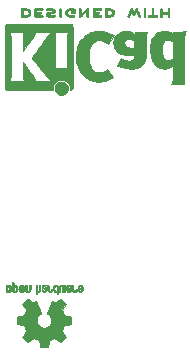
<source format=gbr>
G04 #@! TF.GenerationSoftware,KiCad,Pcbnew,(5.1.6)-1*
G04 #@! TF.CreationDate,2020-10-18T19:43:42+02:00*
G04 #@! TF.ProjectId,BreadboardPowerSupply,42726561-6462-46f6-9172-64506f776572,v1*
G04 #@! TF.SameCoordinates,Original*
G04 #@! TF.FileFunction,Legend,Bot*
G04 #@! TF.FilePolarity,Positive*
%FSLAX46Y46*%
G04 Gerber Fmt 4.6, Leading zero omitted, Abs format (unit mm)*
G04 Created by KiCad (PCBNEW (5.1.6)-1) date 2020-10-18 19:43:42*
%MOMM*%
%LPD*%
G01*
G04 APERTURE LIST*
%ADD10C,0.010000*%
G04 APERTURE END LIST*
D10*
G36*
X132818910Y-103849652D02*
G01*
X132897454Y-103849222D01*
X132954298Y-103848058D01*
X132993105Y-103845793D01*
X133017538Y-103842060D01*
X133031262Y-103836494D01*
X133037940Y-103828727D01*
X133041236Y-103818395D01*
X133041556Y-103817057D01*
X133046562Y-103792921D01*
X133055829Y-103745299D01*
X133068392Y-103679259D01*
X133083287Y-103599872D01*
X133099551Y-103512204D01*
X133100119Y-103509125D01*
X133116410Y-103423211D01*
X133131652Y-103347304D01*
X133144861Y-103285955D01*
X133155054Y-103243718D01*
X133161248Y-103225145D01*
X133161543Y-103224816D01*
X133179788Y-103215747D01*
X133217405Y-103200633D01*
X133266271Y-103182738D01*
X133266543Y-103182642D01*
X133328093Y-103159507D01*
X133400657Y-103130035D01*
X133469057Y-103100403D01*
X133472294Y-103098938D01*
X133583702Y-103048374D01*
X133830399Y-103216840D01*
X133906077Y-103268197D01*
X133974631Y-103314111D01*
X134032088Y-103351970D01*
X134074476Y-103379163D01*
X134097825Y-103393079D01*
X134100042Y-103394111D01*
X134117010Y-103389516D01*
X134148701Y-103367345D01*
X134196352Y-103326553D01*
X134261198Y-103266095D01*
X134327397Y-103201773D01*
X134391214Y-103138388D01*
X134448329Y-103080549D01*
X134495305Y-103031825D01*
X134528703Y-102995790D01*
X134545085Y-102976016D01*
X134545694Y-102974998D01*
X134547505Y-102961428D01*
X134540683Y-102939267D01*
X134523540Y-102905522D01*
X134494393Y-102857200D01*
X134451555Y-102791308D01*
X134394448Y-102706483D01*
X134343766Y-102631823D01*
X134298461Y-102564860D01*
X134261150Y-102509484D01*
X134234452Y-102469580D01*
X134220985Y-102449038D01*
X134220137Y-102447644D01*
X134221781Y-102427962D01*
X134234245Y-102389707D01*
X134255048Y-102340111D01*
X134262462Y-102324272D01*
X134294814Y-102253710D01*
X134329328Y-102173647D01*
X134357365Y-102104371D01*
X134377568Y-102052955D01*
X134393615Y-102013881D01*
X134402888Y-101993459D01*
X134404041Y-101991886D01*
X134421096Y-101989279D01*
X134461298Y-101982137D01*
X134519302Y-101971477D01*
X134589763Y-101958315D01*
X134667335Y-101943667D01*
X134746672Y-101928551D01*
X134822431Y-101913982D01*
X134889264Y-101900978D01*
X134941828Y-101890555D01*
X134974776Y-101883730D01*
X134982857Y-101881801D01*
X134991205Y-101877038D01*
X134997506Y-101866282D01*
X135002045Y-101845902D01*
X135005104Y-101812266D01*
X135006967Y-101761745D01*
X135007918Y-101690708D01*
X135008240Y-101595524D01*
X135008257Y-101556508D01*
X135008257Y-101239201D01*
X134932057Y-101224161D01*
X134889663Y-101216005D01*
X134826400Y-101204101D01*
X134749962Y-101189884D01*
X134668043Y-101174790D01*
X134645400Y-101170645D01*
X134569806Y-101155947D01*
X134503953Y-101141495D01*
X134453366Y-101128625D01*
X134423574Y-101118678D01*
X134418612Y-101115713D01*
X134406426Y-101094717D01*
X134388953Y-101054033D01*
X134369577Y-101001678D01*
X134365734Y-100990400D01*
X134340339Y-100920477D01*
X134308817Y-100841582D01*
X134277969Y-100770734D01*
X134277817Y-100770405D01*
X134226447Y-100659267D01*
X134395399Y-100410747D01*
X134564352Y-100162228D01*
X134347429Y-99944942D01*
X134281819Y-99880274D01*
X134221979Y-99823267D01*
X134171267Y-99776967D01*
X134133046Y-99744416D01*
X134110675Y-99728657D01*
X134107466Y-99727657D01*
X134088626Y-99735531D01*
X134050180Y-99757422D01*
X133996330Y-99790733D01*
X133931276Y-99832869D01*
X133860940Y-99880057D01*
X133789555Y-99928190D01*
X133725908Y-99970072D01*
X133674041Y-100003129D01*
X133637995Y-100024782D01*
X133621867Y-100032457D01*
X133602189Y-100025963D01*
X133564875Y-100008850D01*
X133517621Y-99984674D01*
X133512612Y-99981987D01*
X133448977Y-99950073D01*
X133405341Y-99934421D01*
X133378202Y-99934255D01*
X133364057Y-99948796D01*
X133363975Y-99949000D01*
X133356905Y-99966221D01*
X133340042Y-100007101D01*
X133314695Y-100068475D01*
X133282171Y-100147181D01*
X133243778Y-100240053D01*
X133200822Y-100343928D01*
X133159222Y-100444498D01*
X133113504Y-100555484D01*
X133071526Y-100658297D01*
X133034548Y-100749785D01*
X133003827Y-100826799D01*
X132980622Y-100886185D01*
X132966190Y-100924791D01*
X132961743Y-100939200D01*
X132972896Y-100955728D01*
X133002069Y-100982070D01*
X133040971Y-101011113D01*
X133151757Y-101102961D01*
X133238351Y-101208241D01*
X133299716Y-101324734D01*
X133334815Y-101450224D01*
X133342608Y-101582493D01*
X133336943Y-101643543D01*
X133306078Y-101770205D01*
X133252920Y-101882059D01*
X133180767Y-101977999D01*
X133092917Y-102056924D01*
X132992665Y-102117730D01*
X132883310Y-102159313D01*
X132768147Y-102180572D01*
X132650475Y-102180401D01*
X132533590Y-102157699D01*
X132420789Y-102111362D01*
X132315369Y-102040287D01*
X132271368Y-102000089D01*
X132186979Y-101896871D01*
X132128222Y-101784075D01*
X132094704Y-101664990D01*
X132086035Y-101542905D01*
X132101823Y-101421107D01*
X132141678Y-101302884D01*
X132205207Y-101191525D01*
X132292021Y-101090316D01*
X132389029Y-101011113D01*
X132429437Y-100980838D01*
X132457982Y-100954781D01*
X132468257Y-100939175D01*
X132462877Y-100922157D01*
X132447575Y-100881500D01*
X132423612Y-100820358D01*
X132392244Y-100741881D01*
X132354732Y-100649220D01*
X132312333Y-100545528D01*
X132270663Y-100444474D01*
X132224690Y-100333393D01*
X132182107Y-100230459D01*
X132144221Y-100138835D01*
X132112340Y-100061684D01*
X132087771Y-100002169D01*
X132071820Y-99963456D01*
X132065910Y-99949000D01*
X132051948Y-99934315D01*
X132024940Y-99934358D01*
X131981413Y-99949901D01*
X131917890Y-99981716D01*
X131917388Y-99981987D01*
X131869560Y-100006677D01*
X131830897Y-100024662D01*
X131809095Y-100032386D01*
X131808133Y-100032457D01*
X131791721Y-100024622D01*
X131755487Y-100002835D01*
X131703474Y-99969672D01*
X131639725Y-99927709D01*
X131569060Y-99880057D01*
X131497116Y-99831809D01*
X131432274Y-99789849D01*
X131378735Y-99756773D01*
X131340697Y-99735179D01*
X131322533Y-99727657D01*
X131305808Y-99737543D01*
X131272180Y-99765174D01*
X131225010Y-99807505D01*
X131167658Y-99861495D01*
X131103484Y-99924101D01*
X131082497Y-99945017D01*
X130865499Y-100162377D01*
X131030668Y-100404780D01*
X131080864Y-100479219D01*
X131124919Y-100546028D01*
X131160362Y-100601335D01*
X131184719Y-100641271D01*
X131195522Y-100661964D01*
X131195838Y-100663437D01*
X131190143Y-100682942D01*
X131174826Y-100722178D01*
X131152537Y-100774570D01*
X131136893Y-100809645D01*
X131107641Y-100876799D01*
X131080094Y-100944642D01*
X131058737Y-101001966D01*
X131052935Y-101019428D01*
X131036452Y-101066062D01*
X131020340Y-101102095D01*
X131011490Y-101115713D01*
X130991960Y-101124048D01*
X130949334Y-101135863D01*
X130889145Y-101149819D01*
X130816922Y-101164578D01*
X130784600Y-101170645D01*
X130702522Y-101185727D01*
X130623795Y-101200331D01*
X130556109Y-101213020D01*
X130507160Y-101222358D01*
X130497943Y-101224161D01*
X130421743Y-101239201D01*
X130421743Y-101556508D01*
X130421914Y-101660846D01*
X130422616Y-101739787D01*
X130424134Y-101796962D01*
X130426749Y-101836001D01*
X130430746Y-101860535D01*
X130436409Y-101874195D01*
X130444020Y-101880611D01*
X130447143Y-101881801D01*
X130465978Y-101886020D01*
X130507588Y-101894438D01*
X130566630Y-101906039D01*
X130637757Y-101919805D01*
X130715625Y-101934720D01*
X130794887Y-101949768D01*
X130870198Y-101963931D01*
X130936213Y-101976194D01*
X130987587Y-101985539D01*
X131018975Y-101990950D01*
X131025959Y-101991886D01*
X131032285Y-102004404D01*
X131046290Y-102037754D01*
X131065355Y-102085623D01*
X131072634Y-102104371D01*
X131101996Y-102176805D01*
X131136571Y-102256830D01*
X131167537Y-102324272D01*
X131190323Y-102375841D01*
X131205482Y-102418215D01*
X131210542Y-102444166D01*
X131209736Y-102447644D01*
X131199041Y-102464064D01*
X131174620Y-102500583D01*
X131139095Y-102553313D01*
X131095087Y-102618365D01*
X131045217Y-102691849D01*
X131035356Y-102706355D01*
X130977492Y-102792296D01*
X130934956Y-102857739D01*
X130906054Y-102905696D01*
X130889090Y-102939180D01*
X130882367Y-102961205D01*
X130884190Y-102974783D01*
X130884236Y-102974869D01*
X130898586Y-102992703D01*
X130930323Y-103027183D01*
X130976010Y-103074732D01*
X131032204Y-103131778D01*
X131095468Y-103194745D01*
X131102602Y-103201773D01*
X131182330Y-103278980D01*
X131243857Y-103335670D01*
X131288421Y-103372890D01*
X131317257Y-103391685D01*
X131329958Y-103394111D01*
X131348494Y-103383529D01*
X131386961Y-103359084D01*
X131441386Y-103323388D01*
X131507798Y-103279053D01*
X131582225Y-103228689D01*
X131599601Y-103216840D01*
X131846297Y-103048374D01*
X131957706Y-103098938D01*
X132025457Y-103128405D01*
X132098183Y-103158041D01*
X132160703Y-103181670D01*
X132163457Y-103182642D01*
X132212360Y-103200543D01*
X132250057Y-103215680D01*
X132268425Y-103224790D01*
X132268456Y-103224816D01*
X132274285Y-103241283D01*
X132284192Y-103281781D01*
X132297195Y-103341758D01*
X132312309Y-103416660D01*
X132328552Y-103501936D01*
X132329881Y-103509125D01*
X132346175Y-103596986D01*
X132361133Y-103676740D01*
X132373791Y-103743319D01*
X132383186Y-103791653D01*
X132388354Y-103816675D01*
X132388444Y-103817057D01*
X132391589Y-103827701D01*
X132397704Y-103835738D01*
X132410453Y-103841533D01*
X132433500Y-103845453D01*
X132470509Y-103847865D01*
X132525144Y-103849135D01*
X132601067Y-103849629D01*
X132701944Y-103849714D01*
X132715000Y-103849714D01*
X132818910Y-103849652D01*
G37*
X132818910Y-103849652D02*
X132897454Y-103849222D01*
X132954298Y-103848058D01*
X132993105Y-103845793D01*
X133017538Y-103842060D01*
X133031262Y-103836494D01*
X133037940Y-103828727D01*
X133041236Y-103818395D01*
X133041556Y-103817057D01*
X133046562Y-103792921D01*
X133055829Y-103745299D01*
X133068392Y-103679259D01*
X133083287Y-103599872D01*
X133099551Y-103512204D01*
X133100119Y-103509125D01*
X133116410Y-103423211D01*
X133131652Y-103347304D01*
X133144861Y-103285955D01*
X133155054Y-103243718D01*
X133161248Y-103225145D01*
X133161543Y-103224816D01*
X133179788Y-103215747D01*
X133217405Y-103200633D01*
X133266271Y-103182738D01*
X133266543Y-103182642D01*
X133328093Y-103159507D01*
X133400657Y-103130035D01*
X133469057Y-103100403D01*
X133472294Y-103098938D01*
X133583702Y-103048374D01*
X133830399Y-103216840D01*
X133906077Y-103268197D01*
X133974631Y-103314111D01*
X134032088Y-103351970D01*
X134074476Y-103379163D01*
X134097825Y-103393079D01*
X134100042Y-103394111D01*
X134117010Y-103389516D01*
X134148701Y-103367345D01*
X134196352Y-103326553D01*
X134261198Y-103266095D01*
X134327397Y-103201773D01*
X134391214Y-103138388D01*
X134448329Y-103080549D01*
X134495305Y-103031825D01*
X134528703Y-102995790D01*
X134545085Y-102976016D01*
X134545694Y-102974998D01*
X134547505Y-102961428D01*
X134540683Y-102939267D01*
X134523540Y-102905522D01*
X134494393Y-102857200D01*
X134451555Y-102791308D01*
X134394448Y-102706483D01*
X134343766Y-102631823D01*
X134298461Y-102564860D01*
X134261150Y-102509484D01*
X134234452Y-102469580D01*
X134220985Y-102449038D01*
X134220137Y-102447644D01*
X134221781Y-102427962D01*
X134234245Y-102389707D01*
X134255048Y-102340111D01*
X134262462Y-102324272D01*
X134294814Y-102253710D01*
X134329328Y-102173647D01*
X134357365Y-102104371D01*
X134377568Y-102052955D01*
X134393615Y-102013881D01*
X134402888Y-101993459D01*
X134404041Y-101991886D01*
X134421096Y-101989279D01*
X134461298Y-101982137D01*
X134519302Y-101971477D01*
X134589763Y-101958315D01*
X134667335Y-101943667D01*
X134746672Y-101928551D01*
X134822431Y-101913982D01*
X134889264Y-101900978D01*
X134941828Y-101890555D01*
X134974776Y-101883730D01*
X134982857Y-101881801D01*
X134991205Y-101877038D01*
X134997506Y-101866282D01*
X135002045Y-101845902D01*
X135005104Y-101812266D01*
X135006967Y-101761745D01*
X135007918Y-101690708D01*
X135008240Y-101595524D01*
X135008257Y-101556508D01*
X135008257Y-101239201D01*
X134932057Y-101224161D01*
X134889663Y-101216005D01*
X134826400Y-101204101D01*
X134749962Y-101189884D01*
X134668043Y-101174790D01*
X134645400Y-101170645D01*
X134569806Y-101155947D01*
X134503953Y-101141495D01*
X134453366Y-101128625D01*
X134423574Y-101118678D01*
X134418612Y-101115713D01*
X134406426Y-101094717D01*
X134388953Y-101054033D01*
X134369577Y-101001678D01*
X134365734Y-100990400D01*
X134340339Y-100920477D01*
X134308817Y-100841582D01*
X134277969Y-100770734D01*
X134277817Y-100770405D01*
X134226447Y-100659267D01*
X134395399Y-100410747D01*
X134564352Y-100162228D01*
X134347429Y-99944942D01*
X134281819Y-99880274D01*
X134221979Y-99823267D01*
X134171267Y-99776967D01*
X134133046Y-99744416D01*
X134110675Y-99728657D01*
X134107466Y-99727657D01*
X134088626Y-99735531D01*
X134050180Y-99757422D01*
X133996330Y-99790733D01*
X133931276Y-99832869D01*
X133860940Y-99880057D01*
X133789555Y-99928190D01*
X133725908Y-99970072D01*
X133674041Y-100003129D01*
X133637995Y-100024782D01*
X133621867Y-100032457D01*
X133602189Y-100025963D01*
X133564875Y-100008850D01*
X133517621Y-99984674D01*
X133512612Y-99981987D01*
X133448977Y-99950073D01*
X133405341Y-99934421D01*
X133378202Y-99934255D01*
X133364057Y-99948796D01*
X133363975Y-99949000D01*
X133356905Y-99966221D01*
X133340042Y-100007101D01*
X133314695Y-100068475D01*
X133282171Y-100147181D01*
X133243778Y-100240053D01*
X133200822Y-100343928D01*
X133159222Y-100444498D01*
X133113504Y-100555484D01*
X133071526Y-100658297D01*
X133034548Y-100749785D01*
X133003827Y-100826799D01*
X132980622Y-100886185D01*
X132966190Y-100924791D01*
X132961743Y-100939200D01*
X132972896Y-100955728D01*
X133002069Y-100982070D01*
X133040971Y-101011113D01*
X133151757Y-101102961D01*
X133238351Y-101208241D01*
X133299716Y-101324734D01*
X133334815Y-101450224D01*
X133342608Y-101582493D01*
X133336943Y-101643543D01*
X133306078Y-101770205D01*
X133252920Y-101882059D01*
X133180767Y-101977999D01*
X133092917Y-102056924D01*
X132992665Y-102117730D01*
X132883310Y-102159313D01*
X132768147Y-102180572D01*
X132650475Y-102180401D01*
X132533590Y-102157699D01*
X132420789Y-102111362D01*
X132315369Y-102040287D01*
X132271368Y-102000089D01*
X132186979Y-101896871D01*
X132128222Y-101784075D01*
X132094704Y-101664990D01*
X132086035Y-101542905D01*
X132101823Y-101421107D01*
X132141678Y-101302884D01*
X132205207Y-101191525D01*
X132292021Y-101090316D01*
X132389029Y-101011113D01*
X132429437Y-100980838D01*
X132457982Y-100954781D01*
X132468257Y-100939175D01*
X132462877Y-100922157D01*
X132447575Y-100881500D01*
X132423612Y-100820358D01*
X132392244Y-100741881D01*
X132354732Y-100649220D01*
X132312333Y-100545528D01*
X132270663Y-100444474D01*
X132224690Y-100333393D01*
X132182107Y-100230459D01*
X132144221Y-100138835D01*
X132112340Y-100061684D01*
X132087771Y-100002169D01*
X132071820Y-99963456D01*
X132065910Y-99949000D01*
X132051948Y-99934315D01*
X132024940Y-99934358D01*
X131981413Y-99949901D01*
X131917890Y-99981716D01*
X131917388Y-99981987D01*
X131869560Y-100006677D01*
X131830897Y-100024662D01*
X131809095Y-100032386D01*
X131808133Y-100032457D01*
X131791721Y-100024622D01*
X131755487Y-100002835D01*
X131703474Y-99969672D01*
X131639725Y-99927709D01*
X131569060Y-99880057D01*
X131497116Y-99831809D01*
X131432274Y-99789849D01*
X131378735Y-99756773D01*
X131340697Y-99735179D01*
X131322533Y-99727657D01*
X131305808Y-99737543D01*
X131272180Y-99765174D01*
X131225010Y-99807505D01*
X131167658Y-99861495D01*
X131103484Y-99924101D01*
X131082497Y-99945017D01*
X130865499Y-100162377D01*
X131030668Y-100404780D01*
X131080864Y-100479219D01*
X131124919Y-100546028D01*
X131160362Y-100601335D01*
X131184719Y-100641271D01*
X131195522Y-100661964D01*
X131195838Y-100663437D01*
X131190143Y-100682942D01*
X131174826Y-100722178D01*
X131152537Y-100774570D01*
X131136893Y-100809645D01*
X131107641Y-100876799D01*
X131080094Y-100944642D01*
X131058737Y-101001966D01*
X131052935Y-101019428D01*
X131036452Y-101066062D01*
X131020340Y-101102095D01*
X131011490Y-101115713D01*
X130991960Y-101124048D01*
X130949334Y-101135863D01*
X130889145Y-101149819D01*
X130816922Y-101164578D01*
X130784600Y-101170645D01*
X130702522Y-101185727D01*
X130623795Y-101200331D01*
X130556109Y-101213020D01*
X130507160Y-101222358D01*
X130497943Y-101224161D01*
X130421743Y-101239201D01*
X130421743Y-101556508D01*
X130421914Y-101660846D01*
X130422616Y-101739787D01*
X130424134Y-101796962D01*
X130426749Y-101836001D01*
X130430746Y-101860535D01*
X130436409Y-101874195D01*
X130444020Y-101880611D01*
X130447143Y-101881801D01*
X130465978Y-101886020D01*
X130507588Y-101894438D01*
X130566630Y-101906039D01*
X130637757Y-101919805D01*
X130715625Y-101934720D01*
X130794887Y-101949768D01*
X130870198Y-101963931D01*
X130936213Y-101976194D01*
X130987587Y-101985539D01*
X131018975Y-101990950D01*
X131025959Y-101991886D01*
X131032285Y-102004404D01*
X131046290Y-102037754D01*
X131065355Y-102085623D01*
X131072634Y-102104371D01*
X131101996Y-102176805D01*
X131136571Y-102256830D01*
X131167537Y-102324272D01*
X131190323Y-102375841D01*
X131205482Y-102418215D01*
X131210542Y-102444166D01*
X131209736Y-102447644D01*
X131199041Y-102464064D01*
X131174620Y-102500583D01*
X131139095Y-102553313D01*
X131095087Y-102618365D01*
X131045217Y-102691849D01*
X131035356Y-102706355D01*
X130977492Y-102792296D01*
X130934956Y-102857739D01*
X130906054Y-102905696D01*
X130889090Y-102939180D01*
X130882367Y-102961205D01*
X130884190Y-102974783D01*
X130884236Y-102974869D01*
X130898586Y-102992703D01*
X130930323Y-103027183D01*
X130976010Y-103074732D01*
X131032204Y-103131778D01*
X131095468Y-103194745D01*
X131102602Y-103201773D01*
X131182330Y-103278980D01*
X131243857Y-103335670D01*
X131288421Y-103372890D01*
X131317257Y-103391685D01*
X131329958Y-103394111D01*
X131348494Y-103383529D01*
X131386961Y-103359084D01*
X131441386Y-103323388D01*
X131507798Y-103279053D01*
X131582225Y-103228689D01*
X131599601Y-103216840D01*
X131846297Y-103048374D01*
X131957706Y-103098938D01*
X132025457Y-103128405D01*
X132098183Y-103158041D01*
X132160703Y-103181670D01*
X132163457Y-103182642D01*
X132212360Y-103200543D01*
X132250057Y-103215680D01*
X132268425Y-103224790D01*
X132268456Y-103224816D01*
X132274285Y-103241283D01*
X132284192Y-103281781D01*
X132297195Y-103341758D01*
X132312309Y-103416660D01*
X132328552Y-103501936D01*
X132329881Y-103509125D01*
X132346175Y-103596986D01*
X132361133Y-103676740D01*
X132373791Y-103743319D01*
X132383186Y-103791653D01*
X132388354Y-103816675D01*
X132388444Y-103817057D01*
X132391589Y-103827701D01*
X132397704Y-103835738D01*
X132410453Y-103841533D01*
X132433500Y-103845453D01*
X132470509Y-103847865D01*
X132525144Y-103849135D01*
X132601067Y-103849629D01*
X132701944Y-103849714D01*
X132715000Y-103849714D01*
X132818910Y-103849652D01*
G36*
X135868595Y-99125034D02*
G01*
X135926021Y-99087503D01*
X135953719Y-99053904D01*
X135975662Y-98992936D01*
X135977405Y-98944692D01*
X135973457Y-98880184D01*
X135824686Y-98815066D01*
X135752349Y-98781798D01*
X135705084Y-98755036D01*
X135680507Y-98731856D01*
X135676237Y-98709333D01*
X135689889Y-98684545D01*
X135704943Y-98668114D01*
X135748746Y-98641765D01*
X135796389Y-98639919D01*
X135840145Y-98660454D01*
X135872289Y-98701248D01*
X135878038Y-98715653D01*
X135905576Y-98760644D01*
X135937258Y-98779818D01*
X135980714Y-98796221D01*
X135980714Y-98734034D01*
X135976872Y-98691717D01*
X135961823Y-98656031D01*
X135930280Y-98615057D01*
X135925592Y-98609733D01*
X135890506Y-98573280D01*
X135860347Y-98553717D01*
X135822615Y-98544717D01*
X135791335Y-98541770D01*
X135735385Y-98541035D01*
X135695555Y-98550340D01*
X135670708Y-98564154D01*
X135631656Y-98594533D01*
X135604625Y-98627387D01*
X135587517Y-98668706D01*
X135578238Y-98724479D01*
X135574693Y-98800695D01*
X135574410Y-98839378D01*
X135575372Y-98885753D01*
X135663007Y-98885753D01*
X135664023Y-98860874D01*
X135666556Y-98856800D01*
X135683274Y-98862335D01*
X135719249Y-98876983D01*
X135767331Y-98897810D01*
X135777386Y-98902286D01*
X135838152Y-98933186D01*
X135871632Y-98960343D01*
X135878990Y-98985780D01*
X135861391Y-99011519D01*
X135846856Y-99022891D01*
X135794410Y-99045636D01*
X135745322Y-99041878D01*
X135704227Y-99014116D01*
X135675758Y-98964848D01*
X135666631Y-98925743D01*
X135663007Y-98885753D01*
X135575372Y-98885753D01*
X135576285Y-98929751D01*
X135583196Y-98996616D01*
X135596884Y-99045305D01*
X135619096Y-99081151D01*
X135651574Y-99109487D01*
X135665733Y-99118645D01*
X135730053Y-99142493D01*
X135800473Y-99143994D01*
X135868595Y-99125034D01*
G37*
X135868595Y-99125034D02*
X135926021Y-99087503D01*
X135953719Y-99053904D01*
X135975662Y-98992936D01*
X135977405Y-98944692D01*
X135973457Y-98880184D01*
X135824686Y-98815066D01*
X135752349Y-98781798D01*
X135705084Y-98755036D01*
X135680507Y-98731856D01*
X135676237Y-98709333D01*
X135689889Y-98684545D01*
X135704943Y-98668114D01*
X135748746Y-98641765D01*
X135796389Y-98639919D01*
X135840145Y-98660454D01*
X135872289Y-98701248D01*
X135878038Y-98715653D01*
X135905576Y-98760644D01*
X135937258Y-98779818D01*
X135980714Y-98796221D01*
X135980714Y-98734034D01*
X135976872Y-98691717D01*
X135961823Y-98656031D01*
X135930280Y-98615057D01*
X135925592Y-98609733D01*
X135890506Y-98573280D01*
X135860347Y-98553717D01*
X135822615Y-98544717D01*
X135791335Y-98541770D01*
X135735385Y-98541035D01*
X135695555Y-98550340D01*
X135670708Y-98564154D01*
X135631656Y-98594533D01*
X135604625Y-98627387D01*
X135587517Y-98668706D01*
X135578238Y-98724479D01*
X135574693Y-98800695D01*
X135574410Y-98839378D01*
X135575372Y-98885753D01*
X135663007Y-98885753D01*
X135664023Y-98860874D01*
X135666556Y-98856800D01*
X135683274Y-98862335D01*
X135719249Y-98876983D01*
X135767331Y-98897810D01*
X135777386Y-98902286D01*
X135838152Y-98933186D01*
X135871632Y-98960343D01*
X135878990Y-98985780D01*
X135861391Y-99011519D01*
X135846856Y-99022891D01*
X135794410Y-99045636D01*
X135745322Y-99041878D01*
X135704227Y-99014116D01*
X135675758Y-98964848D01*
X135666631Y-98925743D01*
X135663007Y-98885753D01*
X135575372Y-98885753D01*
X135576285Y-98929751D01*
X135583196Y-98996616D01*
X135596884Y-99045305D01*
X135619096Y-99081151D01*
X135651574Y-99109487D01*
X135665733Y-99118645D01*
X135730053Y-99142493D01*
X135800473Y-99143994D01*
X135868595Y-99125034D01*
G36*
X135367600Y-99133248D02*
G01*
X135384948Y-99125666D01*
X135426356Y-99092872D01*
X135461765Y-99045453D01*
X135483664Y-98994849D01*
X135487229Y-98969902D01*
X135475279Y-98935073D01*
X135449067Y-98916643D01*
X135420964Y-98905484D01*
X135408095Y-98903428D01*
X135401829Y-98918351D01*
X135389456Y-98950825D01*
X135384028Y-98965498D01*
X135353590Y-99016256D01*
X135309520Y-99041573D01*
X135253010Y-99040794D01*
X135248825Y-99039797D01*
X135218655Y-99025493D01*
X135196476Y-98997607D01*
X135181327Y-98952713D01*
X135172250Y-98887385D01*
X135168286Y-98798196D01*
X135167914Y-98750739D01*
X135167730Y-98675929D01*
X135166522Y-98624931D01*
X135163309Y-98592529D01*
X135157109Y-98573505D01*
X135146940Y-98562644D01*
X135131819Y-98554728D01*
X135130946Y-98554330D01*
X135101828Y-98542019D01*
X135087403Y-98537486D01*
X135085186Y-98551191D01*
X135083289Y-98589075D01*
X135081847Y-98646285D01*
X135080998Y-98717973D01*
X135080829Y-98770435D01*
X135081692Y-98871953D01*
X135085070Y-98948968D01*
X135092142Y-99005977D01*
X135104088Y-99047474D01*
X135122090Y-99077957D01*
X135147327Y-99101920D01*
X135172247Y-99118645D01*
X135232171Y-99140903D01*
X135301911Y-99145924D01*
X135367600Y-99133248D01*
G37*
X135367600Y-99133248D02*
X135384948Y-99125666D01*
X135426356Y-99092872D01*
X135461765Y-99045453D01*
X135483664Y-98994849D01*
X135487229Y-98969902D01*
X135475279Y-98935073D01*
X135449067Y-98916643D01*
X135420964Y-98905484D01*
X135408095Y-98903428D01*
X135401829Y-98918351D01*
X135389456Y-98950825D01*
X135384028Y-98965498D01*
X135353590Y-99016256D01*
X135309520Y-99041573D01*
X135253010Y-99040794D01*
X135248825Y-99039797D01*
X135218655Y-99025493D01*
X135196476Y-98997607D01*
X135181327Y-98952713D01*
X135172250Y-98887385D01*
X135168286Y-98798196D01*
X135167914Y-98750739D01*
X135167730Y-98675929D01*
X135166522Y-98624931D01*
X135163309Y-98592529D01*
X135157109Y-98573505D01*
X135146940Y-98562644D01*
X135131819Y-98554728D01*
X135130946Y-98554330D01*
X135101828Y-98542019D01*
X135087403Y-98537486D01*
X135085186Y-98551191D01*
X135083289Y-98589075D01*
X135081847Y-98646285D01*
X135080998Y-98717973D01*
X135080829Y-98770435D01*
X135081692Y-98871953D01*
X135085070Y-98948968D01*
X135092142Y-99005977D01*
X135104088Y-99047474D01*
X135122090Y-99077957D01*
X135147327Y-99101920D01*
X135172247Y-99118645D01*
X135232171Y-99140903D01*
X135301911Y-99145924D01*
X135367600Y-99133248D01*
G36*
X134859876Y-99135665D02*
G01*
X134901667Y-99116656D01*
X134934469Y-99093622D01*
X134958503Y-99067867D01*
X134975097Y-99034642D01*
X134985577Y-98989200D01*
X134991271Y-98926793D01*
X134993507Y-98842673D01*
X134993743Y-98787279D01*
X134993743Y-98571174D01*
X134956774Y-98554330D01*
X134927656Y-98542019D01*
X134913231Y-98537486D01*
X134910472Y-98550975D01*
X134908282Y-98587347D01*
X134906942Y-98640458D01*
X134906657Y-98682628D01*
X134905434Y-98743553D01*
X134902136Y-98791885D01*
X134897321Y-98821482D01*
X134893496Y-98827771D01*
X134867783Y-98821348D01*
X134827418Y-98804875D01*
X134780679Y-98782542D01*
X134735845Y-98758543D01*
X134701193Y-98737070D01*
X134685002Y-98722315D01*
X134684938Y-98722155D01*
X134686330Y-98694848D01*
X134698818Y-98668781D01*
X134720743Y-98647608D01*
X134752743Y-98640526D01*
X134780092Y-98641351D01*
X134818826Y-98641958D01*
X134839158Y-98632884D01*
X134851369Y-98608908D01*
X134852909Y-98604387D01*
X134858203Y-98570194D01*
X134844047Y-98549432D01*
X134807148Y-98539538D01*
X134767289Y-98537708D01*
X134695562Y-98551273D01*
X134658432Y-98570645D01*
X134612576Y-98616155D01*
X134588256Y-98672017D01*
X134586073Y-98731043D01*
X134606629Y-98786047D01*
X134637549Y-98820514D01*
X134668420Y-98839811D01*
X134716942Y-98864241D01*
X134773485Y-98889015D01*
X134782910Y-98892801D01*
X134845019Y-98920209D01*
X134880822Y-98944366D01*
X134892337Y-98968381D01*
X134881580Y-98995365D01*
X134863114Y-99016457D01*
X134819469Y-99042428D01*
X134771446Y-99044376D01*
X134727406Y-99024363D01*
X134695709Y-98984449D01*
X134691549Y-98974152D01*
X134667327Y-98936276D01*
X134631965Y-98908158D01*
X134587343Y-98885083D01*
X134587343Y-98950515D01*
X134589969Y-98990494D01*
X134601230Y-99022003D01*
X134626199Y-99055622D01*
X134650169Y-99081516D01*
X134687441Y-99118183D01*
X134716401Y-99137879D01*
X134747505Y-99145780D01*
X134782713Y-99147086D01*
X134859876Y-99135665D01*
G37*
X134859876Y-99135665D02*
X134901667Y-99116656D01*
X134934469Y-99093622D01*
X134958503Y-99067867D01*
X134975097Y-99034642D01*
X134985577Y-98989200D01*
X134991271Y-98926793D01*
X134993507Y-98842673D01*
X134993743Y-98787279D01*
X134993743Y-98571174D01*
X134956774Y-98554330D01*
X134927656Y-98542019D01*
X134913231Y-98537486D01*
X134910472Y-98550975D01*
X134908282Y-98587347D01*
X134906942Y-98640458D01*
X134906657Y-98682628D01*
X134905434Y-98743553D01*
X134902136Y-98791885D01*
X134897321Y-98821482D01*
X134893496Y-98827771D01*
X134867783Y-98821348D01*
X134827418Y-98804875D01*
X134780679Y-98782542D01*
X134735845Y-98758543D01*
X134701193Y-98737070D01*
X134685002Y-98722315D01*
X134684938Y-98722155D01*
X134686330Y-98694848D01*
X134698818Y-98668781D01*
X134720743Y-98647608D01*
X134752743Y-98640526D01*
X134780092Y-98641351D01*
X134818826Y-98641958D01*
X134839158Y-98632884D01*
X134851369Y-98608908D01*
X134852909Y-98604387D01*
X134858203Y-98570194D01*
X134844047Y-98549432D01*
X134807148Y-98539538D01*
X134767289Y-98537708D01*
X134695562Y-98551273D01*
X134658432Y-98570645D01*
X134612576Y-98616155D01*
X134588256Y-98672017D01*
X134586073Y-98731043D01*
X134606629Y-98786047D01*
X134637549Y-98820514D01*
X134668420Y-98839811D01*
X134716942Y-98864241D01*
X134773485Y-98889015D01*
X134782910Y-98892801D01*
X134845019Y-98920209D01*
X134880822Y-98944366D01*
X134892337Y-98968381D01*
X134881580Y-98995365D01*
X134863114Y-99016457D01*
X134819469Y-99042428D01*
X134771446Y-99044376D01*
X134727406Y-99024363D01*
X134695709Y-98984449D01*
X134691549Y-98974152D01*
X134667327Y-98936276D01*
X134631965Y-98908158D01*
X134587343Y-98885083D01*
X134587343Y-98950515D01*
X134589969Y-98990494D01*
X134601230Y-99022003D01*
X134626199Y-99055622D01*
X134650169Y-99081516D01*
X134687441Y-99118183D01*
X134716401Y-99137879D01*
X134747505Y-99145780D01*
X134782713Y-99147086D01*
X134859876Y-99135665D01*
G36*
X134494833Y-99133337D02*
G01*
X134497048Y-99095150D01*
X134498784Y-99037114D01*
X134499899Y-98963820D01*
X134500257Y-98886945D01*
X134500257Y-98626804D01*
X134454326Y-98580873D01*
X134422675Y-98552571D01*
X134394890Y-98541107D01*
X134356915Y-98541832D01*
X134341840Y-98543679D01*
X134294726Y-98549052D01*
X134255756Y-98552131D01*
X134246257Y-98552415D01*
X134214233Y-98550555D01*
X134168432Y-98545886D01*
X134150674Y-98543679D01*
X134107057Y-98540265D01*
X134077745Y-98547680D01*
X134048680Y-98570573D01*
X134038188Y-98580873D01*
X133992257Y-98626804D01*
X133992257Y-99113398D01*
X134029226Y-99130242D01*
X134061059Y-99142718D01*
X134079683Y-99147086D01*
X134084458Y-99133282D01*
X134088921Y-99094714D01*
X134092775Y-99035644D01*
X134095722Y-98960337D01*
X134097143Y-98896714D01*
X134101114Y-98646343D01*
X134135759Y-98641444D01*
X134167268Y-98644869D01*
X134182708Y-98655959D01*
X134187023Y-98676692D01*
X134190708Y-98720855D01*
X134193469Y-98782854D01*
X134195012Y-98857091D01*
X134195235Y-98895294D01*
X134195457Y-99115217D01*
X134241166Y-99131151D01*
X134273518Y-99141985D01*
X134291115Y-99147038D01*
X134291623Y-99147086D01*
X134293388Y-99133352D01*
X134295329Y-99095270D01*
X134297282Y-99037518D01*
X134299084Y-98964773D01*
X134300343Y-98896714D01*
X134304314Y-98646343D01*
X134391400Y-98646343D01*
X134395396Y-98874760D01*
X134399392Y-99103178D01*
X134441847Y-99125132D01*
X134473192Y-99140207D01*
X134491744Y-99147049D01*
X134492279Y-99147086D01*
X134494833Y-99133337D01*
G37*
X134494833Y-99133337D02*
X134497048Y-99095150D01*
X134498784Y-99037114D01*
X134499899Y-98963820D01*
X134500257Y-98886945D01*
X134500257Y-98626804D01*
X134454326Y-98580873D01*
X134422675Y-98552571D01*
X134394890Y-98541107D01*
X134356915Y-98541832D01*
X134341840Y-98543679D01*
X134294726Y-98549052D01*
X134255756Y-98552131D01*
X134246257Y-98552415D01*
X134214233Y-98550555D01*
X134168432Y-98545886D01*
X134150674Y-98543679D01*
X134107057Y-98540265D01*
X134077745Y-98547680D01*
X134048680Y-98570573D01*
X134038188Y-98580873D01*
X133992257Y-98626804D01*
X133992257Y-99113398D01*
X134029226Y-99130242D01*
X134061059Y-99142718D01*
X134079683Y-99147086D01*
X134084458Y-99133282D01*
X134088921Y-99094714D01*
X134092775Y-99035644D01*
X134095722Y-98960337D01*
X134097143Y-98896714D01*
X134101114Y-98646343D01*
X134135759Y-98641444D01*
X134167268Y-98644869D01*
X134182708Y-98655959D01*
X134187023Y-98676692D01*
X134190708Y-98720855D01*
X134193469Y-98782854D01*
X134195012Y-98857091D01*
X134195235Y-98895294D01*
X134195457Y-99115217D01*
X134241166Y-99131151D01*
X134273518Y-99141985D01*
X134291115Y-99147038D01*
X134291623Y-99147086D01*
X134293388Y-99133352D01*
X134295329Y-99095270D01*
X134297282Y-99037518D01*
X134299084Y-98964773D01*
X134300343Y-98896714D01*
X134304314Y-98646343D01*
X134391400Y-98646343D01*
X134395396Y-98874760D01*
X134399392Y-99103178D01*
X134441847Y-99125132D01*
X134473192Y-99140207D01*
X134491744Y-99147049D01*
X134492279Y-99147086D01*
X134494833Y-99133337D01*
G36*
X133905117Y-99026642D02*
G01*
X133904933Y-98918163D01*
X133904219Y-98834713D01*
X133902675Y-98772296D01*
X133900001Y-98726915D01*
X133895894Y-98694571D01*
X133890055Y-98671267D01*
X133882182Y-98653005D01*
X133876221Y-98642582D01*
X133826855Y-98586055D01*
X133764264Y-98550623D01*
X133695013Y-98537910D01*
X133625668Y-98549537D01*
X133584375Y-98570432D01*
X133541025Y-98606578D01*
X133511481Y-98650724D01*
X133493655Y-98708538D01*
X133485463Y-98785687D01*
X133484302Y-98842286D01*
X133484458Y-98846353D01*
X133585857Y-98846353D01*
X133586476Y-98781450D01*
X133589314Y-98738486D01*
X133595840Y-98710378D01*
X133607523Y-98690047D01*
X133621483Y-98674712D01*
X133668365Y-98645110D01*
X133718701Y-98642581D01*
X133766276Y-98667295D01*
X133769979Y-98670644D01*
X133785783Y-98688065D01*
X133795693Y-98708791D01*
X133801058Y-98739638D01*
X133803228Y-98787423D01*
X133803571Y-98840252D01*
X133802827Y-98906619D01*
X133799748Y-98950894D01*
X133793061Y-98979991D01*
X133781496Y-99000827D01*
X133772013Y-99011893D01*
X133727960Y-99039802D01*
X133677224Y-99043157D01*
X133628796Y-99021841D01*
X133619450Y-99013927D01*
X133603540Y-98996353D01*
X133593610Y-98975413D01*
X133588278Y-98944218D01*
X133586163Y-98895878D01*
X133585857Y-98846353D01*
X133484458Y-98846353D01*
X133487810Y-98933432D01*
X133499726Y-99001914D01*
X133522135Y-99053400D01*
X133557124Y-99093557D01*
X133584375Y-99114139D01*
X133633907Y-99136375D01*
X133691316Y-99146696D01*
X133744682Y-99143933D01*
X133774543Y-99132788D01*
X133786261Y-99129617D01*
X133794037Y-99141443D01*
X133799465Y-99173134D01*
X133803571Y-99221407D01*
X133808067Y-99275171D01*
X133814313Y-99307518D01*
X133825676Y-99326015D01*
X133845528Y-99338230D01*
X133858000Y-99343638D01*
X133905171Y-99363399D01*
X133905117Y-99026642D01*
G37*
X133905117Y-99026642D02*
X133904933Y-98918163D01*
X133904219Y-98834713D01*
X133902675Y-98772296D01*
X133900001Y-98726915D01*
X133895894Y-98694571D01*
X133890055Y-98671267D01*
X133882182Y-98653005D01*
X133876221Y-98642582D01*
X133826855Y-98586055D01*
X133764264Y-98550623D01*
X133695013Y-98537910D01*
X133625668Y-98549537D01*
X133584375Y-98570432D01*
X133541025Y-98606578D01*
X133511481Y-98650724D01*
X133493655Y-98708538D01*
X133485463Y-98785687D01*
X133484302Y-98842286D01*
X133484458Y-98846353D01*
X133585857Y-98846353D01*
X133586476Y-98781450D01*
X133589314Y-98738486D01*
X133595840Y-98710378D01*
X133607523Y-98690047D01*
X133621483Y-98674712D01*
X133668365Y-98645110D01*
X133718701Y-98642581D01*
X133766276Y-98667295D01*
X133769979Y-98670644D01*
X133785783Y-98688065D01*
X133795693Y-98708791D01*
X133801058Y-98739638D01*
X133803228Y-98787423D01*
X133803571Y-98840252D01*
X133802827Y-98906619D01*
X133799748Y-98950894D01*
X133793061Y-98979991D01*
X133781496Y-99000827D01*
X133772013Y-99011893D01*
X133727960Y-99039802D01*
X133677224Y-99043157D01*
X133628796Y-99021841D01*
X133619450Y-99013927D01*
X133603540Y-98996353D01*
X133593610Y-98975413D01*
X133588278Y-98944218D01*
X133586163Y-98895878D01*
X133585857Y-98846353D01*
X133484458Y-98846353D01*
X133487810Y-98933432D01*
X133499726Y-99001914D01*
X133522135Y-99053400D01*
X133557124Y-99093557D01*
X133584375Y-99114139D01*
X133633907Y-99136375D01*
X133691316Y-99146696D01*
X133744682Y-99143933D01*
X133774543Y-99132788D01*
X133786261Y-99129617D01*
X133794037Y-99141443D01*
X133799465Y-99173134D01*
X133803571Y-99221407D01*
X133808067Y-99275171D01*
X133814313Y-99307518D01*
X133825676Y-99326015D01*
X133845528Y-99338230D01*
X133858000Y-99343638D01*
X133905171Y-99363399D01*
X133905117Y-99026642D01*
G36*
X133244926Y-99142245D02*
G01*
X133310858Y-99117916D01*
X133364273Y-99074883D01*
X133385164Y-99044591D01*
X133407939Y-98989006D01*
X133407466Y-98948814D01*
X133383562Y-98921783D01*
X133374717Y-98917187D01*
X133336530Y-98902856D01*
X133317028Y-98906528D01*
X133310422Y-98930593D01*
X133310086Y-98943886D01*
X133297992Y-98992790D01*
X133266471Y-99027001D01*
X133222659Y-99043524D01*
X133173695Y-99039366D01*
X133133894Y-99017773D01*
X133120450Y-99005456D01*
X133110921Y-98990513D01*
X133104485Y-98967925D01*
X133100317Y-98932672D01*
X133097597Y-98879734D01*
X133095502Y-98804093D01*
X133094960Y-98780143D01*
X133092981Y-98698210D01*
X133090731Y-98640545D01*
X133087357Y-98602392D01*
X133082006Y-98578996D01*
X133073824Y-98565602D01*
X133061959Y-98557455D01*
X133054362Y-98553856D01*
X133022102Y-98541548D01*
X133003111Y-98537486D01*
X132996836Y-98551052D01*
X132993006Y-98592066D01*
X132991600Y-98661001D01*
X132992598Y-98758331D01*
X132992908Y-98773343D01*
X132995101Y-98862141D01*
X132997693Y-98926981D01*
X133001382Y-98972933D01*
X133006864Y-99005065D01*
X133014835Y-99028447D01*
X133025993Y-99048148D01*
X133031830Y-99056590D01*
X133065296Y-99093943D01*
X133102727Y-99122997D01*
X133107309Y-99125533D01*
X133174426Y-99145557D01*
X133244926Y-99142245D01*
G37*
X133244926Y-99142245D02*
X133310858Y-99117916D01*
X133364273Y-99074883D01*
X133385164Y-99044591D01*
X133407939Y-98989006D01*
X133407466Y-98948814D01*
X133383562Y-98921783D01*
X133374717Y-98917187D01*
X133336530Y-98902856D01*
X133317028Y-98906528D01*
X133310422Y-98930593D01*
X133310086Y-98943886D01*
X133297992Y-98992790D01*
X133266471Y-99027001D01*
X133222659Y-99043524D01*
X133173695Y-99039366D01*
X133133894Y-99017773D01*
X133120450Y-99005456D01*
X133110921Y-98990513D01*
X133104485Y-98967925D01*
X133100317Y-98932672D01*
X133097597Y-98879734D01*
X133095502Y-98804093D01*
X133094960Y-98780143D01*
X133092981Y-98698210D01*
X133090731Y-98640545D01*
X133087357Y-98602392D01*
X133082006Y-98578996D01*
X133073824Y-98565602D01*
X133061959Y-98557455D01*
X133054362Y-98553856D01*
X133022102Y-98541548D01*
X133003111Y-98537486D01*
X132996836Y-98551052D01*
X132993006Y-98592066D01*
X132991600Y-98661001D01*
X132992598Y-98758331D01*
X132992908Y-98773343D01*
X132995101Y-98862141D01*
X132997693Y-98926981D01*
X133001382Y-98972933D01*
X133006864Y-99005065D01*
X133014835Y-99028447D01*
X133025993Y-99048148D01*
X133031830Y-99056590D01*
X133065296Y-99093943D01*
X133102727Y-99122997D01*
X133107309Y-99125533D01*
X133174426Y-99145557D01*
X133244926Y-99142245D01*
G36*
X132754744Y-99141032D02*
G01*
X132811616Y-99119913D01*
X132812267Y-99119507D01*
X132847440Y-99093620D01*
X132873407Y-99063367D01*
X132891670Y-99023942D01*
X132903732Y-98970538D01*
X132911096Y-98898349D01*
X132915264Y-98802568D01*
X132915629Y-98788922D01*
X132920876Y-98583158D01*
X132876716Y-98560322D01*
X132844763Y-98544890D01*
X132825470Y-98537577D01*
X132824578Y-98537486D01*
X132821239Y-98550978D01*
X132818587Y-98587374D01*
X132816956Y-98640548D01*
X132816600Y-98683607D01*
X132816592Y-98753359D01*
X132813403Y-98797163D01*
X132802288Y-98818056D01*
X132778501Y-98819075D01*
X132737296Y-98803259D01*
X132675086Y-98774185D01*
X132629341Y-98750037D01*
X132605813Y-98729087D01*
X132598896Y-98706253D01*
X132598886Y-98705123D01*
X132610299Y-98665788D01*
X132644092Y-98644538D01*
X132695809Y-98641461D01*
X132733061Y-98641994D01*
X132752703Y-98631265D01*
X132764952Y-98605495D01*
X132772002Y-98572663D01*
X132761842Y-98554034D01*
X132758017Y-98551368D01*
X132722001Y-98540660D01*
X132671566Y-98539144D01*
X132619626Y-98546241D01*
X132582822Y-98559212D01*
X132531938Y-98602415D01*
X132503014Y-98662554D01*
X132497286Y-98709538D01*
X132501657Y-98751918D01*
X132517475Y-98786512D01*
X132548797Y-98817237D01*
X132599678Y-98848010D01*
X132674176Y-98882748D01*
X132678714Y-98884712D01*
X132745821Y-98915713D01*
X132787232Y-98941138D01*
X132804981Y-98963986D01*
X132801107Y-98987255D01*
X132777643Y-99013944D01*
X132770627Y-99020086D01*
X132723630Y-99043900D01*
X132674933Y-99042897D01*
X132632522Y-99019549D01*
X132604384Y-98976325D01*
X132601769Y-98967840D01*
X132576308Y-98926692D01*
X132544001Y-98906872D01*
X132497286Y-98887230D01*
X132497286Y-98938050D01*
X132511496Y-99011918D01*
X132553675Y-99079673D01*
X132575624Y-99102339D01*
X132625517Y-99131431D01*
X132688967Y-99144600D01*
X132754744Y-99141032D01*
G37*
X132754744Y-99141032D02*
X132811616Y-99119913D01*
X132812267Y-99119507D01*
X132847440Y-99093620D01*
X132873407Y-99063367D01*
X132891670Y-99023942D01*
X132903732Y-98970538D01*
X132911096Y-98898349D01*
X132915264Y-98802568D01*
X132915629Y-98788922D01*
X132920876Y-98583158D01*
X132876716Y-98560322D01*
X132844763Y-98544890D01*
X132825470Y-98537577D01*
X132824578Y-98537486D01*
X132821239Y-98550978D01*
X132818587Y-98587374D01*
X132816956Y-98640548D01*
X132816600Y-98683607D01*
X132816592Y-98753359D01*
X132813403Y-98797163D01*
X132802288Y-98818056D01*
X132778501Y-98819075D01*
X132737296Y-98803259D01*
X132675086Y-98774185D01*
X132629341Y-98750037D01*
X132605813Y-98729087D01*
X132598896Y-98706253D01*
X132598886Y-98705123D01*
X132610299Y-98665788D01*
X132644092Y-98644538D01*
X132695809Y-98641461D01*
X132733061Y-98641994D01*
X132752703Y-98631265D01*
X132764952Y-98605495D01*
X132772002Y-98572663D01*
X132761842Y-98554034D01*
X132758017Y-98551368D01*
X132722001Y-98540660D01*
X132671566Y-98539144D01*
X132619626Y-98546241D01*
X132582822Y-98559212D01*
X132531938Y-98602415D01*
X132503014Y-98662554D01*
X132497286Y-98709538D01*
X132501657Y-98751918D01*
X132517475Y-98786512D01*
X132548797Y-98817237D01*
X132599678Y-98848010D01*
X132674176Y-98882748D01*
X132678714Y-98884712D01*
X132745821Y-98915713D01*
X132787232Y-98941138D01*
X132804981Y-98963986D01*
X132801107Y-98987255D01*
X132777643Y-99013944D01*
X132770627Y-99020086D01*
X132723630Y-99043900D01*
X132674933Y-99042897D01*
X132632522Y-99019549D01*
X132604384Y-98976325D01*
X132601769Y-98967840D01*
X132576308Y-98926692D01*
X132544001Y-98906872D01*
X132497286Y-98887230D01*
X132497286Y-98938050D01*
X132511496Y-99011918D01*
X132553675Y-99079673D01*
X132575624Y-99102339D01*
X132625517Y-99131431D01*
X132688967Y-99144600D01*
X132754744Y-99141032D01*
G36*
X132090886Y-99240711D02*
G01*
X132095139Y-99181387D01*
X132100025Y-99146428D01*
X132106795Y-99131180D01*
X132116702Y-99130985D01*
X132119914Y-99132805D01*
X132162644Y-99145985D01*
X132218227Y-99145215D01*
X132274737Y-99131667D01*
X132310082Y-99114139D01*
X132346321Y-99086139D01*
X132372813Y-99054451D01*
X132390999Y-99014187D01*
X132402322Y-98960457D01*
X132408222Y-98888374D01*
X132410143Y-98793049D01*
X132410177Y-98774763D01*
X132410200Y-98569354D01*
X132364491Y-98553420D01*
X132332027Y-98542580D01*
X132314215Y-98537532D01*
X132313691Y-98537486D01*
X132311937Y-98551172D01*
X132310444Y-98588924D01*
X132309326Y-98645776D01*
X132308697Y-98716766D01*
X132308600Y-98759927D01*
X132308398Y-98845027D01*
X132307358Y-98906019D01*
X132304831Y-98947823D01*
X132300164Y-98975358D01*
X132292707Y-98993544D01*
X132281811Y-99007302D01*
X132275007Y-99013927D01*
X132228272Y-99040625D01*
X132177272Y-99042625D01*
X132131001Y-99020045D01*
X132122444Y-99011893D01*
X132109893Y-98996564D01*
X132101188Y-98978382D01*
X132095631Y-98952091D01*
X132092526Y-98912438D01*
X132091176Y-98854168D01*
X132090886Y-98773827D01*
X132090886Y-98569354D01*
X132045177Y-98553420D01*
X132012713Y-98542580D01*
X131994901Y-98537532D01*
X131994377Y-98537486D01*
X131993037Y-98551377D01*
X131991828Y-98590561D01*
X131990801Y-98651300D01*
X131990002Y-98729859D01*
X131989481Y-98822502D01*
X131989286Y-98925491D01*
X131989286Y-99322658D01*
X132036457Y-99342556D01*
X132083629Y-99362453D01*
X132090886Y-99240711D01*
G37*
X132090886Y-99240711D02*
X132095139Y-99181387D01*
X132100025Y-99146428D01*
X132106795Y-99131180D01*
X132116702Y-99130985D01*
X132119914Y-99132805D01*
X132162644Y-99145985D01*
X132218227Y-99145215D01*
X132274737Y-99131667D01*
X132310082Y-99114139D01*
X132346321Y-99086139D01*
X132372813Y-99054451D01*
X132390999Y-99014187D01*
X132402322Y-98960457D01*
X132408222Y-98888374D01*
X132410143Y-98793049D01*
X132410177Y-98774763D01*
X132410200Y-98569354D01*
X132364491Y-98553420D01*
X132332027Y-98542580D01*
X132314215Y-98537532D01*
X132313691Y-98537486D01*
X132311937Y-98551172D01*
X132310444Y-98588924D01*
X132309326Y-98645776D01*
X132308697Y-98716766D01*
X132308600Y-98759927D01*
X132308398Y-98845027D01*
X132307358Y-98906019D01*
X132304831Y-98947823D01*
X132300164Y-98975358D01*
X132292707Y-98993544D01*
X132281811Y-99007302D01*
X132275007Y-99013927D01*
X132228272Y-99040625D01*
X132177272Y-99042625D01*
X132131001Y-99020045D01*
X132122444Y-99011893D01*
X132109893Y-98996564D01*
X132101188Y-98978382D01*
X132095631Y-98952091D01*
X132092526Y-98912438D01*
X132091176Y-98854168D01*
X132090886Y-98773827D01*
X132090886Y-98569354D01*
X132045177Y-98553420D01*
X132012713Y-98542580D01*
X131994901Y-98537532D01*
X131994377Y-98537486D01*
X131993037Y-98551377D01*
X131991828Y-98590561D01*
X131990801Y-98651300D01*
X131990002Y-98729859D01*
X131989481Y-98822502D01*
X131989286Y-98925491D01*
X131989286Y-99322658D01*
X132036457Y-99342556D01*
X132083629Y-99362453D01*
X132090886Y-99240711D01*
G36*
X130883303Y-99160761D02*
G01*
X130940527Y-99122265D01*
X130984749Y-99066665D01*
X131011167Y-98995914D01*
X131016510Y-98943838D01*
X131015903Y-98922107D01*
X131010822Y-98905469D01*
X130996855Y-98890563D01*
X130969589Y-98874027D01*
X130924612Y-98852502D01*
X130857511Y-98822626D01*
X130857171Y-98822476D01*
X130795407Y-98794187D01*
X130744759Y-98769067D01*
X130710404Y-98749821D01*
X130697518Y-98739152D01*
X130697514Y-98739066D01*
X130708872Y-98715834D01*
X130735431Y-98690226D01*
X130765923Y-98671779D01*
X130781370Y-98668114D01*
X130823515Y-98680788D01*
X130859808Y-98712529D01*
X130877517Y-98747428D01*
X130894552Y-98773155D01*
X130927922Y-98802454D01*
X130967149Y-98827765D01*
X131001756Y-98841529D01*
X131008993Y-98842286D01*
X131017139Y-98829840D01*
X131017630Y-98798028D01*
X131011643Y-98755134D01*
X131000357Y-98709442D01*
X130984950Y-98669239D01*
X130984171Y-98667678D01*
X130937804Y-98602938D01*
X130877711Y-98558903D01*
X130809465Y-98537289D01*
X130738638Y-98539815D01*
X130670804Y-98568196D01*
X130667788Y-98570192D01*
X130614427Y-98618552D01*
X130579340Y-98681648D01*
X130559922Y-98764613D01*
X130557316Y-98787922D01*
X130552701Y-98897945D01*
X130558233Y-98949252D01*
X130697514Y-98949252D01*
X130699324Y-98917247D01*
X130709222Y-98907907D01*
X130733898Y-98914895D01*
X130772795Y-98931413D01*
X130816275Y-98952119D01*
X130817356Y-98952667D01*
X130854209Y-98972051D01*
X130869000Y-98984987D01*
X130865353Y-98998549D01*
X130849995Y-99016368D01*
X130810923Y-99042155D01*
X130768846Y-99044050D01*
X130731103Y-99025283D01*
X130705034Y-98989085D01*
X130697514Y-98949252D01*
X130558233Y-98949252D01*
X130562194Y-98985973D01*
X130586550Y-99055788D01*
X130620456Y-99104698D01*
X130681653Y-99154122D01*
X130749063Y-99178641D01*
X130817880Y-99180203D01*
X130883303Y-99160761D01*
G37*
X130883303Y-99160761D02*
X130940527Y-99122265D01*
X130984749Y-99066665D01*
X131011167Y-98995914D01*
X131016510Y-98943838D01*
X131015903Y-98922107D01*
X131010822Y-98905469D01*
X130996855Y-98890563D01*
X130969589Y-98874027D01*
X130924612Y-98852502D01*
X130857511Y-98822626D01*
X130857171Y-98822476D01*
X130795407Y-98794187D01*
X130744759Y-98769067D01*
X130710404Y-98749821D01*
X130697518Y-98739152D01*
X130697514Y-98739066D01*
X130708872Y-98715834D01*
X130735431Y-98690226D01*
X130765923Y-98671779D01*
X130781370Y-98668114D01*
X130823515Y-98680788D01*
X130859808Y-98712529D01*
X130877517Y-98747428D01*
X130894552Y-98773155D01*
X130927922Y-98802454D01*
X130967149Y-98827765D01*
X131001756Y-98841529D01*
X131008993Y-98842286D01*
X131017139Y-98829840D01*
X131017630Y-98798028D01*
X131011643Y-98755134D01*
X131000357Y-98709442D01*
X130984950Y-98669239D01*
X130984171Y-98667678D01*
X130937804Y-98602938D01*
X130877711Y-98558903D01*
X130809465Y-98537289D01*
X130738638Y-98539815D01*
X130670804Y-98568196D01*
X130667788Y-98570192D01*
X130614427Y-98618552D01*
X130579340Y-98681648D01*
X130559922Y-98764613D01*
X130557316Y-98787922D01*
X130552701Y-98897945D01*
X130558233Y-98949252D01*
X130697514Y-98949252D01*
X130699324Y-98917247D01*
X130709222Y-98907907D01*
X130733898Y-98914895D01*
X130772795Y-98931413D01*
X130816275Y-98952119D01*
X130817356Y-98952667D01*
X130854209Y-98972051D01*
X130869000Y-98984987D01*
X130865353Y-98998549D01*
X130849995Y-99016368D01*
X130810923Y-99042155D01*
X130768846Y-99044050D01*
X130731103Y-99025283D01*
X130705034Y-98989085D01*
X130697514Y-98949252D01*
X130558233Y-98949252D01*
X130562194Y-98985973D01*
X130586550Y-99055788D01*
X130620456Y-99104698D01*
X130681653Y-99154122D01*
X130749063Y-99178641D01*
X130817880Y-99180203D01*
X130883303Y-99160761D01*
G36*
X129756115Y-99170038D02*
G01*
X129824145Y-99134267D01*
X129874351Y-99076699D01*
X129892185Y-99039688D01*
X129906063Y-98984118D01*
X129913167Y-98913904D01*
X129913840Y-98837273D01*
X129908427Y-98762448D01*
X129897270Y-98697658D01*
X129880714Y-98651127D01*
X129875626Y-98643113D01*
X129815355Y-98583293D01*
X129743769Y-98547465D01*
X129666092Y-98536980D01*
X129587548Y-98553190D01*
X129565689Y-98562908D01*
X129523122Y-98592857D01*
X129485763Y-98632567D01*
X129482232Y-98637603D01*
X129467881Y-98661876D01*
X129458394Y-98687822D01*
X129452790Y-98721978D01*
X129450086Y-98770881D01*
X129449299Y-98841065D01*
X129449286Y-98856800D01*
X129449322Y-98861808D01*
X129594429Y-98861808D01*
X129595273Y-98795570D01*
X129598596Y-98751614D01*
X129605583Y-98723221D01*
X129617416Y-98703675D01*
X129623457Y-98697143D01*
X129658186Y-98672320D01*
X129691903Y-98673452D01*
X129725995Y-98694984D01*
X129746329Y-98717971D01*
X129758371Y-98751522D01*
X129765134Y-98804431D01*
X129765598Y-98810601D01*
X129766752Y-98906487D01*
X129754688Y-98977701D01*
X129729570Y-99023806D01*
X129691560Y-99044365D01*
X129677992Y-99045486D01*
X129642364Y-99039848D01*
X129617994Y-99020314D01*
X129603093Y-98982958D01*
X129595875Y-98923850D01*
X129594429Y-98861808D01*
X129449322Y-98861808D01*
X129449826Y-98931587D01*
X129452096Y-98983841D01*
X129457068Y-99020051D01*
X129465713Y-99046701D01*
X129479005Y-99070278D01*
X129481943Y-99074662D01*
X129531313Y-99133751D01*
X129585109Y-99168053D01*
X129650602Y-99181669D01*
X129672842Y-99182335D01*
X129756115Y-99170038D01*
G37*
X129756115Y-99170038D02*
X129824145Y-99134267D01*
X129874351Y-99076699D01*
X129892185Y-99039688D01*
X129906063Y-98984118D01*
X129913167Y-98913904D01*
X129913840Y-98837273D01*
X129908427Y-98762448D01*
X129897270Y-98697658D01*
X129880714Y-98651127D01*
X129875626Y-98643113D01*
X129815355Y-98583293D01*
X129743769Y-98547465D01*
X129666092Y-98536980D01*
X129587548Y-98553190D01*
X129565689Y-98562908D01*
X129523122Y-98592857D01*
X129485763Y-98632567D01*
X129482232Y-98637603D01*
X129467881Y-98661876D01*
X129458394Y-98687822D01*
X129452790Y-98721978D01*
X129450086Y-98770881D01*
X129449299Y-98841065D01*
X129449286Y-98856800D01*
X129449322Y-98861808D01*
X129594429Y-98861808D01*
X129595273Y-98795570D01*
X129598596Y-98751614D01*
X129605583Y-98723221D01*
X129617416Y-98703675D01*
X129623457Y-98697143D01*
X129658186Y-98672320D01*
X129691903Y-98673452D01*
X129725995Y-98694984D01*
X129746329Y-98717971D01*
X129758371Y-98751522D01*
X129765134Y-98804431D01*
X129765598Y-98810601D01*
X129766752Y-98906487D01*
X129754688Y-98977701D01*
X129729570Y-99023806D01*
X129691560Y-99044365D01*
X129677992Y-99045486D01*
X129642364Y-99039848D01*
X129617994Y-99020314D01*
X129603093Y-98982958D01*
X129595875Y-98923850D01*
X129594429Y-98861808D01*
X129449322Y-98861808D01*
X129449826Y-98931587D01*
X129452096Y-98983841D01*
X129457068Y-99020051D01*
X129465713Y-99046701D01*
X129479005Y-99070278D01*
X129481943Y-99074662D01*
X129531313Y-99133751D01*
X129585109Y-99168053D01*
X129650602Y-99181669D01*
X129672842Y-99182335D01*
X129756115Y-99170038D01*
G36*
X131431093Y-99164220D02*
G01*
X131477672Y-99137277D01*
X131510057Y-99110534D01*
X131533742Y-99082516D01*
X131550059Y-99048252D01*
X131560339Y-99002773D01*
X131565914Y-98941108D01*
X131568116Y-98858289D01*
X131568371Y-98798754D01*
X131568371Y-98579609D01*
X131506686Y-98551956D01*
X131445000Y-98524303D01*
X131437743Y-98764330D01*
X131434744Y-98853972D01*
X131431598Y-98919038D01*
X131427701Y-98963974D01*
X131422447Y-98993230D01*
X131415231Y-99011252D01*
X131405450Y-99022489D01*
X131402312Y-99024921D01*
X131354761Y-99043917D01*
X131306697Y-99036400D01*
X131278086Y-99016457D01*
X131266447Y-99002325D01*
X131258391Y-98983780D01*
X131253271Y-98955666D01*
X131250441Y-98912827D01*
X131249256Y-98850105D01*
X131249057Y-98784739D01*
X131249018Y-98702732D01*
X131247614Y-98644684D01*
X131242914Y-98605535D01*
X131232987Y-98580220D01*
X131215903Y-98563677D01*
X131189732Y-98550844D01*
X131154775Y-98537509D01*
X131116596Y-98522993D01*
X131121141Y-98780611D01*
X131122971Y-98873481D01*
X131125112Y-98942111D01*
X131128181Y-98991289D01*
X131132794Y-99025802D01*
X131139568Y-99050438D01*
X131149119Y-99069984D01*
X131160634Y-99087230D01*
X131216190Y-99142320D01*
X131283980Y-99174178D01*
X131357713Y-99181809D01*
X131431093Y-99164220D01*
G37*
X131431093Y-99164220D02*
X131477672Y-99137277D01*
X131510057Y-99110534D01*
X131533742Y-99082516D01*
X131550059Y-99048252D01*
X131560339Y-99002773D01*
X131565914Y-98941108D01*
X131568116Y-98858289D01*
X131568371Y-98798754D01*
X131568371Y-98579609D01*
X131506686Y-98551956D01*
X131445000Y-98524303D01*
X131437743Y-98764330D01*
X131434744Y-98853972D01*
X131431598Y-98919038D01*
X131427701Y-98963974D01*
X131422447Y-98993230D01*
X131415231Y-99011252D01*
X131405450Y-99022489D01*
X131402312Y-99024921D01*
X131354761Y-99043917D01*
X131306697Y-99036400D01*
X131278086Y-99016457D01*
X131266447Y-99002325D01*
X131258391Y-98983780D01*
X131253271Y-98955666D01*
X131250441Y-98912827D01*
X131249256Y-98850105D01*
X131249057Y-98784739D01*
X131249018Y-98702732D01*
X131247614Y-98644684D01*
X131242914Y-98605535D01*
X131232987Y-98580220D01*
X131215903Y-98563677D01*
X131189732Y-98550844D01*
X131154775Y-98537509D01*
X131116596Y-98522993D01*
X131121141Y-98780611D01*
X131122971Y-98873481D01*
X131125112Y-98942111D01*
X131128181Y-98991289D01*
X131132794Y-99025802D01*
X131139568Y-99050438D01*
X131149119Y-99069984D01*
X131160634Y-99087230D01*
X131216190Y-99142320D01*
X131283980Y-99174178D01*
X131357713Y-99181809D01*
X131431093Y-99164220D01*
G36*
X130314744Y-99172082D02*
G01*
X130370201Y-99144432D01*
X130419148Y-99093520D01*
X130432629Y-99074662D01*
X130447314Y-99049985D01*
X130456842Y-99023184D01*
X130462293Y-98987413D01*
X130464747Y-98935831D01*
X130465286Y-98867733D01*
X130462852Y-98774412D01*
X130454394Y-98704343D01*
X130438174Y-98652069D01*
X130412454Y-98612131D01*
X130375497Y-98579071D01*
X130372782Y-98577114D01*
X130336360Y-98557092D01*
X130292502Y-98547185D01*
X130236724Y-98544743D01*
X130146048Y-98544743D01*
X130146010Y-98456717D01*
X130145166Y-98407692D01*
X130140024Y-98378935D01*
X130126587Y-98361689D01*
X130100858Y-98347192D01*
X130094679Y-98344231D01*
X130065764Y-98330352D01*
X130043376Y-98321586D01*
X130026729Y-98320829D01*
X130015036Y-98330977D01*
X130007510Y-98354927D01*
X130003366Y-98395574D01*
X130001815Y-98455814D01*
X130002071Y-98538545D01*
X130003349Y-98646661D01*
X130003748Y-98679000D01*
X130005185Y-98790476D01*
X130006472Y-98863397D01*
X130145971Y-98863397D01*
X130146755Y-98801501D01*
X130150240Y-98761003D01*
X130158124Y-98734292D01*
X130172105Y-98713756D01*
X130181597Y-98703740D01*
X130220404Y-98674433D01*
X130254763Y-98672048D01*
X130290216Y-98696250D01*
X130291114Y-98697143D01*
X130305539Y-98715847D01*
X130314313Y-98741268D01*
X130318739Y-98780416D01*
X130320118Y-98840303D01*
X130320143Y-98853570D01*
X130316812Y-98936099D01*
X130305969Y-98993309D01*
X130286340Y-99028234D01*
X130256650Y-99043906D01*
X130239491Y-99045486D01*
X130198766Y-99038074D01*
X130170832Y-99013670D01*
X130154017Y-98969020D01*
X130146650Y-98900870D01*
X130145971Y-98863397D01*
X130006472Y-98863397D01*
X130006708Y-98876755D01*
X130008677Y-98941667D01*
X130011450Y-98989042D01*
X130015388Y-99022710D01*
X130020849Y-99046502D01*
X130028192Y-99064247D01*
X130037777Y-99079776D01*
X130041887Y-99085619D01*
X130096405Y-99140815D01*
X130165336Y-99172110D01*
X130245072Y-99180835D01*
X130314744Y-99172082D01*
G37*
X130314744Y-99172082D02*
X130370201Y-99144432D01*
X130419148Y-99093520D01*
X130432629Y-99074662D01*
X130447314Y-99049985D01*
X130456842Y-99023184D01*
X130462293Y-98987413D01*
X130464747Y-98935831D01*
X130465286Y-98867733D01*
X130462852Y-98774412D01*
X130454394Y-98704343D01*
X130438174Y-98652069D01*
X130412454Y-98612131D01*
X130375497Y-98579071D01*
X130372782Y-98577114D01*
X130336360Y-98557092D01*
X130292502Y-98547185D01*
X130236724Y-98544743D01*
X130146048Y-98544743D01*
X130146010Y-98456717D01*
X130145166Y-98407692D01*
X130140024Y-98378935D01*
X130126587Y-98361689D01*
X130100858Y-98347192D01*
X130094679Y-98344231D01*
X130065764Y-98330352D01*
X130043376Y-98321586D01*
X130026729Y-98320829D01*
X130015036Y-98330977D01*
X130007510Y-98354927D01*
X130003366Y-98395574D01*
X130001815Y-98455814D01*
X130002071Y-98538545D01*
X130003349Y-98646661D01*
X130003748Y-98679000D01*
X130005185Y-98790476D01*
X130006472Y-98863397D01*
X130145971Y-98863397D01*
X130146755Y-98801501D01*
X130150240Y-98761003D01*
X130158124Y-98734292D01*
X130172105Y-98713756D01*
X130181597Y-98703740D01*
X130220404Y-98674433D01*
X130254763Y-98672048D01*
X130290216Y-98696250D01*
X130291114Y-98697143D01*
X130305539Y-98715847D01*
X130314313Y-98741268D01*
X130318739Y-98780416D01*
X130320118Y-98840303D01*
X130320143Y-98853570D01*
X130316812Y-98936099D01*
X130305969Y-98993309D01*
X130286340Y-99028234D01*
X130256650Y-99043906D01*
X130239491Y-99045486D01*
X130198766Y-99038074D01*
X130170832Y-99013670D01*
X130154017Y-98969020D01*
X130146650Y-98900870D01*
X130145971Y-98863397D01*
X130006472Y-98863397D01*
X130006708Y-98876755D01*
X130008677Y-98941667D01*
X130011450Y-98989042D01*
X130015388Y-99022710D01*
X130020849Y-99046502D01*
X130028192Y-99064247D01*
X130037777Y-99079776D01*
X130041887Y-99085619D01*
X130096405Y-99140815D01*
X130165336Y-99172110D01*
X130245072Y-99180835D01*
X130314744Y-99172082D01*
G36*
X130923337Y-75866742D02*
G01*
X130962819Y-75866341D01*
X131078508Y-75863549D01*
X131175397Y-75855258D01*
X131256789Y-75840576D01*
X131325985Y-75818615D01*
X131386288Y-75788486D01*
X131441000Y-75749298D01*
X131460541Y-75732276D01*
X131492958Y-75692445D01*
X131522188Y-75638395D01*
X131544717Y-75578485D01*
X131557029Y-75521069D01*
X131558308Y-75499852D01*
X131550291Y-75441039D01*
X131528809Y-75376795D01*
X131497709Y-75315987D01*
X131460842Y-75267478D01*
X131454854Y-75261626D01*
X131404129Y-75220487D01*
X131348583Y-75188373D01*
X131285012Y-75164443D01*
X131210214Y-75147855D01*
X131120986Y-75137767D01*
X131014126Y-75133339D01*
X130965180Y-75132963D01*
X130902946Y-75133263D01*
X130859180Y-75134516D01*
X130829777Y-75137254D01*
X130810629Y-75142007D01*
X130797631Y-75149307D01*
X130790663Y-75155541D01*
X130784082Y-75163114D01*
X130778920Y-75172884D01*
X130775005Y-75187468D01*
X130772165Y-75209482D01*
X130770228Y-75241544D01*
X130769024Y-75286272D01*
X130768380Y-75346282D01*
X130768125Y-75424191D01*
X130768086Y-75499852D01*
X130767838Y-75600767D01*
X130767891Y-75681381D01*
X130768851Y-75719986D01*
X130914841Y-75719986D01*
X130914841Y-75279719D01*
X131007974Y-75279804D01*
X131064015Y-75281412D01*
X131122709Y-75285552D01*
X131171680Y-75291344D01*
X131173170Y-75291582D01*
X131252316Y-75310718D01*
X131313706Y-75340521D01*
X131360403Y-75382930D01*
X131390073Y-75428847D01*
X131408355Y-75479782D01*
X131406937Y-75527608D01*
X131385720Y-75578875D01*
X131344219Y-75631909D01*
X131286710Y-75671208D01*
X131211958Y-75697477D01*
X131162000Y-75706773D01*
X131105292Y-75713301D01*
X131045189Y-75718026D01*
X130994069Y-75719991D01*
X130991041Y-75720000D01*
X130914841Y-75719986D01*
X130768851Y-75719986D01*
X130769448Y-75743957D01*
X130773710Y-75790753D01*
X130781878Y-75824030D01*
X130795152Y-75846049D01*
X130814734Y-75859069D01*
X130841825Y-75865351D01*
X130877626Y-75867155D01*
X130923337Y-75866742D01*
G37*
X130923337Y-75866742D02*
X130962819Y-75866341D01*
X131078508Y-75863549D01*
X131175397Y-75855258D01*
X131256789Y-75840576D01*
X131325985Y-75818615D01*
X131386288Y-75788486D01*
X131441000Y-75749298D01*
X131460541Y-75732276D01*
X131492958Y-75692445D01*
X131522188Y-75638395D01*
X131544717Y-75578485D01*
X131557029Y-75521069D01*
X131558308Y-75499852D01*
X131550291Y-75441039D01*
X131528809Y-75376795D01*
X131497709Y-75315987D01*
X131460842Y-75267478D01*
X131454854Y-75261626D01*
X131404129Y-75220487D01*
X131348583Y-75188373D01*
X131285012Y-75164443D01*
X131210214Y-75147855D01*
X131120986Y-75137767D01*
X131014126Y-75133339D01*
X130965180Y-75132963D01*
X130902946Y-75133263D01*
X130859180Y-75134516D01*
X130829777Y-75137254D01*
X130810629Y-75142007D01*
X130797631Y-75149307D01*
X130790663Y-75155541D01*
X130784082Y-75163114D01*
X130778920Y-75172884D01*
X130775005Y-75187468D01*
X130772165Y-75209482D01*
X130770228Y-75241544D01*
X130769024Y-75286272D01*
X130768380Y-75346282D01*
X130768125Y-75424191D01*
X130768086Y-75499852D01*
X130767838Y-75600767D01*
X130767891Y-75681381D01*
X130768851Y-75719986D01*
X130914841Y-75719986D01*
X130914841Y-75279719D01*
X131007974Y-75279804D01*
X131064015Y-75281412D01*
X131122709Y-75285552D01*
X131171680Y-75291344D01*
X131173170Y-75291582D01*
X131252316Y-75310718D01*
X131313706Y-75340521D01*
X131360403Y-75382930D01*
X131390073Y-75428847D01*
X131408355Y-75479782D01*
X131406937Y-75527608D01*
X131385720Y-75578875D01*
X131344219Y-75631909D01*
X131286710Y-75671208D01*
X131211958Y-75697477D01*
X131162000Y-75706773D01*
X131105292Y-75713301D01*
X131045189Y-75718026D01*
X130994069Y-75719991D01*
X130991041Y-75720000D01*
X130914841Y-75719986D01*
X130768851Y-75719986D01*
X130769448Y-75743957D01*
X130773710Y-75790753D01*
X130781878Y-75824030D01*
X130795152Y-75846049D01*
X130814734Y-75859069D01*
X130841825Y-75865351D01*
X130877626Y-75867155D01*
X130923337Y-75866742D01*
G36*
X132331914Y-75866662D02*
G01*
X132401322Y-75866290D01*
X132453711Y-75865423D01*
X132491861Y-75863862D01*
X132518549Y-75861405D01*
X132536555Y-75857851D01*
X132548659Y-75852998D01*
X132557639Y-75846647D01*
X132560890Y-75843724D01*
X132580665Y-75812666D01*
X132584226Y-75776980D01*
X132571217Y-75745298D01*
X132565202Y-75738895D01*
X132555473Y-75732687D01*
X132539807Y-75727898D01*
X132515300Y-75724294D01*
X132479047Y-75721644D01*
X132428143Y-75719713D01*
X132359682Y-75718269D01*
X132297091Y-75717390D01*
X132049374Y-75714341D01*
X132045989Y-75649430D01*
X132042603Y-75584519D01*
X132210750Y-75584519D01*
X132283749Y-75583889D01*
X132337191Y-75581255D01*
X132374080Y-75575499D01*
X132397420Y-75565504D01*
X132410214Y-75550152D01*
X132415466Y-75528326D01*
X132416263Y-75508070D01*
X132413785Y-75483216D01*
X132404431Y-75464902D01*
X132385325Y-75452171D01*
X132353590Y-75444067D01*
X132306349Y-75439632D01*
X132240725Y-75437909D01*
X132204907Y-75437763D01*
X132043730Y-75437763D01*
X132043730Y-75279719D01*
X132292086Y-75279719D01*
X132373495Y-75279606D01*
X132435366Y-75279096D01*
X132480740Y-75277938D01*
X132512654Y-75275878D01*
X132534149Y-75272662D01*
X132548265Y-75268036D01*
X132558040Y-75261749D01*
X132563019Y-75257141D01*
X132580098Y-75230248D01*
X132585597Y-75206341D01*
X132577745Y-75177141D01*
X132563019Y-75155541D01*
X132555162Y-75148742D01*
X132545020Y-75143462D01*
X132529864Y-75139510D01*
X132506967Y-75136695D01*
X132473599Y-75134826D01*
X132427033Y-75133710D01*
X132364541Y-75133157D01*
X132283394Y-75132975D01*
X132241286Y-75132963D01*
X132151110Y-75133043D01*
X132080784Y-75133410D01*
X132027579Y-75134256D01*
X131988768Y-75135772D01*
X131961621Y-75138149D01*
X131943410Y-75141579D01*
X131931408Y-75146254D01*
X131922886Y-75152364D01*
X131919552Y-75155541D01*
X131912953Y-75163138D01*
X131907781Y-75172938D01*
X131903862Y-75187569D01*
X131901024Y-75209656D01*
X131899093Y-75241826D01*
X131897896Y-75286705D01*
X131897260Y-75346919D01*
X131897011Y-75425095D01*
X131896974Y-75497885D01*
X131897008Y-75591101D01*
X131897243Y-75664377D01*
X131897878Y-75720350D01*
X131899114Y-75761657D01*
X131901152Y-75790936D01*
X131904191Y-75810824D01*
X131908431Y-75823958D01*
X131914073Y-75832976D01*
X131921317Y-75840515D01*
X131923102Y-75842196D01*
X131931763Y-75849636D01*
X131941826Y-75855399D01*
X131956083Y-75859696D01*
X131977325Y-75862744D01*
X132008344Y-75864757D01*
X132051931Y-75865948D01*
X132110877Y-75866533D01*
X132187974Y-75866725D01*
X132242707Y-75866741D01*
X132331914Y-75866662D01*
G37*
X132331914Y-75866662D02*
X132401322Y-75866290D01*
X132453711Y-75865423D01*
X132491861Y-75863862D01*
X132518549Y-75861405D01*
X132536555Y-75857851D01*
X132548659Y-75852998D01*
X132557639Y-75846647D01*
X132560890Y-75843724D01*
X132580665Y-75812666D01*
X132584226Y-75776980D01*
X132571217Y-75745298D01*
X132565202Y-75738895D01*
X132555473Y-75732687D01*
X132539807Y-75727898D01*
X132515300Y-75724294D01*
X132479047Y-75721644D01*
X132428143Y-75719713D01*
X132359682Y-75718269D01*
X132297091Y-75717390D01*
X132049374Y-75714341D01*
X132045989Y-75649430D01*
X132042603Y-75584519D01*
X132210750Y-75584519D01*
X132283749Y-75583889D01*
X132337191Y-75581255D01*
X132374080Y-75575499D01*
X132397420Y-75565504D01*
X132410214Y-75550152D01*
X132415466Y-75528326D01*
X132416263Y-75508070D01*
X132413785Y-75483216D01*
X132404431Y-75464902D01*
X132385325Y-75452171D01*
X132353590Y-75444067D01*
X132306349Y-75439632D01*
X132240725Y-75437909D01*
X132204907Y-75437763D01*
X132043730Y-75437763D01*
X132043730Y-75279719D01*
X132292086Y-75279719D01*
X132373495Y-75279606D01*
X132435366Y-75279096D01*
X132480740Y-75277938D01*
X132512654Y-75275878D01*
X132534149Y-75272662D01*
X132548265Y-75268036D01*
X132558040Y-75261749D01*
X132563019Y-75257141D01*
X132580098Y-75230248D01*
X132585597Y-75206341D01*
X132577745Y-75177141D01*
X132563019Y-75155541D01*
X132555162Y-75148742D01*
X132545020Y-75143462D01*
X132529864Y-75139510D01*
X132506967Y-75136695D01*
X132473599Y-75134826D01*
X132427033Y-75133710D01*
X132364541Y-75133157D01*
X132283394Y-75132975D01*
X132241286Y-75132963D01*
X132151110Y-75133043D01*
X132080784Y-75133410D01*
X132027579Y-75134256D01*
X131988768Y-75135772D01*
X131961621Y-75138149D01*
X131943410Y-75141579D01*
X131931408Y-75146254D01*
X131922886Y-75152364D01*
X131919552Y-75155541D01*
X131912953Y-75163138D01*
X131907781Y-75172938D01*
X131903862Y-75187569D01*
X131901024Y-75209656D01*
X131899093Y-75241826D01*
X131897896Y-75286705D01*
X131897260Y-75346919D01*
X131897011Y-75425095D01*
X131896974Y-75497885D01*
X131897008Y-75591101D01*
X131897243Y-75664377D01*
X131897878Y-75720350D01*
X131899114Y-75761657D01*
X131901152Y-75790936D01*
X131904191Y-75810824D01*
X131908431Y-75823958D01*
X131914073Y-75832976D01*
X131921317Y-75840515D01*
X131923102Y-75842196D01*
X131931763Y-75849636D01*
X131941826Y-75855399D01*
X131956083Y-75859696D01*
X131977325Y-75862744D01*
X132008344Y-75864757D01*
X132051931Y-75865948D01*
X132110877Y-75866533D01*
X132187974Y-75866725D01*
X132242707Y-75866741D01*
X132331914Y-75866662D01*
G36*
X133353005Y-75865457D02*
G01*
X133427820Y-75860227D01*
X133497402Y-75852058D01*
X133557706Y-75841258D01*
X133604688Y-75828135D01*
X133634302Y-75812995D01*
X133638848Y-75808539D01*
X133654654Y-75773958D01*
X133649861Y-75738457D01*
X133625344Y-75708083D01*
X133624174Y-75707212D01*
X133609754Y-75697854D01*
X133594700Y-75692932D01*
X133573703Y-75692335D01*
X133541451Y-75695947D01*
X133492635Y-75703654D01*
X133488708Y-75704303D01*
X133415969Y-75713239D01*
X133337491Y-75717647D01*
X133258781Y-75717689D01*
X133185347Y-75713529D01*
X133122697Y-75705329D01*
X133076338Y-75693251D01*
X133073292Y-75692037D01*
X133039660Y-75673193D01*
X133027844Y-75654123D01*
X133037094Y-75635369D01*
X133066661Y-75617471D01*
X133115797Y-75600971D01*
X133183751Y-75586412D01*
X133229063Y-75579402D01*
X133323252Y-75565919D01*
X133398164Y-75553594D01*
X133456991Y-75541359D01*
X133502923Y-75528147D01*
X133539153Y-75512891D01*
X133568870Y-75494523D01*
X133595266Y-75471977D01*
X133616478Y-75449837D01*
X133641643Y-75418989D01*
X133654027Y-75392463D01*
X133657900Y-75359782D01*
X133658041Y-75347813D01*
X133655132Y-75308096D01*
X133643506Y-75278549D01*
X133623385Y-75252322D01*
X133582492Y-75212232D01*
X133536891Y-75181659D01*
X133483195Y-75159605D01*
X133418016Y-75145073D01*
X133337964Y-75137067D01*
X133239651Y-75134590D01*
X133223419Y-75134631D01*
X133157859Y-75135990D01*
X133092842Y-75139078D01*
X133035456Y-75143452D01*
X132992786Y-75148668D01*
X132989336Y-75149267D01*
X132946912Y-75159317D01*
X132910928Y-75172012D01*
X132890558Y-75183618D01*
X132871601Y-75214236D01*
X132870281Y-75249890D01*
X132886623Y-75281664D01*
X132890279Y-75285257D01*
X132905393Y-75295932D01*
X132924293Y-75300532D01*
X132953546Y-75299749D01*
X132989057Y-75295681D01*
X133028738Y-75292046D01*
X133084363Y-75288980D01*
X133149302Y-75286755D01*
X133216923Y-75285644D01*
X133234708Y-75285571D01*
X133302580Y-75285844D01*
X133352254Y-75287162D01*
X133388098Y-75289981D01*
X133414484Y-75294758D01*
X133435782Y-75301951D01*
X133448582Y-75307941D01*
X133476708Y-75324575D01*
X133494640Y-75339640D01*
X133497261Y-75343911D01*
X133491732Y-75361545D01*
X133465448Y-75378616D01*
X133420230Y-75394350D01*
X133357900Y-75407970D01*
X133339537Y-75411004D01*
X133243618Y-75426070D01*
X133167067Y-75438662D01*
X133106928Y-75449697D01*
X133060248Y-75460088D01*
X133024071Y-75470752D01*
X132995443Y-75482603D01*
X132971410Y-75496557D01*
X132949016Y-75513527D01*
X132925306Y-75534430D01*
X132917328Y-75541759D01*
X132889355Y-75569109D01*
X132874548Y-75590779D01*
X132868756Y-75615576D01*
X132867819Y-75646825D01*
X132878133Y-75708103D01*
X132908956Y-75760168D01*
X132960113Y-75802850D01*
X133031425Y-75835983D01*
X133082308Y-75850844D01*
X133137608Y-75860442D01*
X133203855Y-75865872D01*
X133277002Y-75867441D01*
X133353005Y-75865457D01*
G37*
X133353005Y-75865457D02*
X133427820Y-75860227D01*
X133497402Y-75852058D01*
X133557706Y-75841258D01*
X133604688Y-75828135D01*
X133634302Y-75812995D01*
X133638848Y-75808539D01*
X133654654Y-75773958D01*
X133649861Y-75738457D01*
X133625344Y-75708083D01*
X133624174Y-75707212D01*
X133609754Y-75697854D01*
X133594700Y-75692932D01*
X133573703Y-75692335D01*
X133541451Y-75695947D01*
X133492635Y-75703654D01*
X133488708Y-75704303D01*
X133415969Y-75713239D01*
X133337491Y-75717647D01*
X133258781Y-75717689D01*
X133185347Y-75713529D01*
X133122697Y-75705329D01*
X133076338Y-75693251D01*
X133073292Y-75692037D01*
X133039660Y-75673193D01*
X133027844Y-75654123D01*
X133037094Y-75635369D01*
X133066661Y-75617471D01*
X133115797Y-75600971D01*
X133183751Y-75586412D01*
X133229063Y-75579402D01*
X133323252Y-75565919D01*
X133398164Y-75553594D01*
X133456991Y-75541359D01*
X133502923Y-75528147D01*
X133539153Y-75512891D01*
X133568870Y-75494523D01*
X133595266Y-75471977D01*
X133616478Y-75449837D01*
X133641643Y-75418989D01*
X133654027Y-75392463D01*
X133657900Y-75359782D01*
X133658041Y-75347813D01*
X133655132Y-75308096D01*
X133643506Y-75278549D01*
X133623385Y-75252322D01*
X133582492Y-75212232D01*
X133536891Y-75181659D01*
X133483195Y-75159605D01*
X133418016Y-75145073D01*
X133337964Y-75137067D01*
X133239651Y-75134590D01*
X133223419Y-75134631D01*
X133157859Y-75135990D01*
X133092842Y-75139078D01*
X133035456Y-75143452D01*
X132992786Y-75148668D01*
X132989336Y-75149267D01*
X132946912Y-75159317D01*
X132910928Y-75172012D01*
X132890558Y-75183618D01*
X132871601Y-75214236D01*
X132870281Y-75249890D01*
X132886623Y-75281664D01*
X132890279Y-75285257D01*
X132905393Y-75295932D01*
X132924293Y-75300532D01*
X132953546Y-75299749D01*
X132989057Y-75295681D01*
X133028738Y-75292046D01*
X133084363Y-75288980D01*
X133149302Y-75286755D01*
X133216923Y-75285644D01*
X133234708Y-75285571D01*
X133302580Y-75285844D01*
X133352254Y-75287162D01*
X133388098Y-75289981D01*
X133414484Y-75294758D01*
X133435782Y-75301951D01*
X133448582Y-75307941D01*
X133476708Y-75324575D01*
X133494640Y-75339640D01*
X133497261Y-75343911D01*
X133491732Y-75361545D01*
X133465448Y-75378616D01*
X133420230Y-75394350D01*
X133357900Y-75407970D01*
X133339537Y-75411004D01*
X133243618Y-75426070D01*
X133167067Y-75438662D01*
X133106928Y-75449697D01*
X133060248Y-75460088D01*
X133024071Y-75470752D01*
X132995443Y-75482603D01*
X132971410Y-75496557D01*
X132949016Y-75513527D01*
X132925306Y-75534430D01*
X132917328Y-75541759D01*
X132889355Y-75569109D01*
X132874548Y-75590779D01*
X132868756Y-75615576D01*
X132867819Y-75646825D01*
X132878133Y-75708103D01*
X132908956Y-75760168D01*
X132960113Y-75802850D01*
X133031425Y-75835983D01*
X133082308Y-75850844D01*
X133137608Y-75860442D01*
X133203855Y-75865872D01*
X133277002Y-75867441D01*
X133353005Y-75865457D01*
G36*
X134120886Y-75844163D02*
G01*
X134127466Y-75836590D01*
X134132629Y-75826821D01*
X134136544Y-75812237D01*
X134139384Y-75790223D01*
X134141321Y-75758160D01*
X134142525Y-75713433D01*
X134143169Y-75653423D01*
X134143424Y-75575514D01*
X134143463Y-75499852D01*
X134143394Y-75406006D01*
X134143070Y-75332119D01*
X134142322Y-75275576D01*
X134140976Y-75233759D01*
X134138862Y-75204051D01*
X134135808Y-75183835D01*
X134131642Y-75170494D01*
X134126192Y-75161410D01*
X134120886Y-75155541D01*
X134087882Y-75135861D01*
X134052717Y-75137627D01*
X134021253Y-75159091D01*
X134014024Y-75167471D01*
X134008374Y-75177194D01*
X134004109Y-75190947D01*
X134001035Y-75211419D01*
X133998956Y-75241296D01*
X133997678Y-75283267D01*
X133997007Y-75340019D01*
X133996749Y-75414241D01*
X133996708Y-75498271D01*
X133996708Y-75811323D01*
X134024417Y-75839032D01*
X134058571Y-75862345D01*
X134091702Y-75863185D01*
X134120886Y-75844163D01*
G37*
X134120886Y-75844163D02*
X134127466Y-75836590D01*
X134132629Y-75826821D01*
X134136544Y-75812237D01*
X134139384Y-75790223D01*
X134141321Y-75758160D01*
X134142525Y-75713433D01*
X134143169Y-75653423D01*
X134143424Y-75575514D01*
X134143463Y-75499852D01*
X134143394Y-75406006D01*
X134143070Y-75332119D01*
X134142322Y-75275576D01*
X134140976Y-75233759D01*
X134138862Y-75204051D01*
X134135808Y-75183835D01*
X134131642Y-75170494D01*
X134126192Y-75161410D01*
X134120886Y-75155541D01*
X134087882Y-75135861D01*
X134052717Y-75137627D01*
X134021253Y-75159091D01*
X134014024Y-75167471D01*
X134008374Y-75177194D01*
X134004109Y-75190947D01*
X134001035Y-75211419D01*
X133998956Y-75241296D01*
X133997678Y-75283267D01*
X133997007Y-75340019D01*
X133996749Y-75414241D01*
X133996708Y-75498271D01*
X133996708Y-75811323D01*
X134024417Y-75839032D01*
X134058571Y-75862345D01*
X134091702Y-75863185D01*
X134120886Y-75844163D01*
G36*
X135094627Y-75861209D02*
G01*
X135163143Y-75849713D01*
X135215765Y-75831841D01*
X135250000Y-75808309D01*
X135259329Y-75794884D01*
X135268815Y-75763660D01*
X135262431Y-75735413D01*
X135242278Y-75708626D01*
X135210963Y-75696095D01*
X135165525Y-75697112D01*
X135130382Y-75703902D01*
X135052289Y-75716837D01*
X134972482Y-75718066D01*
X134883153Y-75707567D01*
X134858479Y-75703118D01*
X134775417Y-75679700D01*
X134710435Y-75644863D01*
X134664247Y-75599204D01*
X134637563Y-75543314D01*
X134632045Y-75514420D01*
X134635657Y-75455796D01*
X134658979Y-75403929D01*
X134699884Y-75359830D01*
X134756249Y-75324509D01*
X134825948Y-75298979D01*
X134906856Y-75284249D01*
X134996848Y-75281330D01*
X135093798Y-75291233D01*
X135099272Y-75292167D01*
X135137833Y-75299349D01*
X135159214Y-75306287D01*
X135168481Y-75316581D01*
X135170702Y-75333832D01*
X135170752Y-75342967D01*
X135170752Y-75381319D01*
X135102277Y-75381319D01*
X135041808Y-75385461D01*
X135000543Y-75398661D01*
X134976533Y-75422078D01*
X134967831Y-75456872D01*
X134967725Y-75461414D01*
X134972816Y-75491154D01*
X134990275Y-75512389D01*
X135022769Y-75526442D01*
X135072965Y-75534635D01*
X135121585Y-75537647D01*
X135192252Y-75539375D01*
X135243510Y-75536738D01*
X135278469Y-75527008D01*
X135300238Y-75507455D01*
X135311928Y-75475352D01*
X135316648Y-75427970D01*
X135317508Y-75365737D01*
X135316099Y-75296273D01*
X135311860Y-75249022D01*
X135304772Y-75223796D01*
X135303397Y-75221820D01*
X135264480Y-75190300D01*
X135207422Y-75165338D01*
X135135839Y-75147468D01*
X135053350Y-75137222D01*
X134963569Y-75135135D01*
X134870116Y-75141740D01*
X134815152Y-75149852D01*
X134728942Y-75174254D01*
X134648816Y-75214146D01*
X134581731Y-75265921D01*
X134571535Y-75276269D01*
X134538406Y-75319773D01*
X134508514Y-75373690D01*
X134485351Y-75430216D01*
X134472410Y-75481549D01*
X134470850Y-75501264D01*
X134477490Y-75542389D01*
X134495140Y-75593556D01*
X134520411Y-75647414D01*
X134549919Y-75696613D01*
X134575989Y-75729474D01*
X134636943Y-75778356D01*
X134715739Y-75817263D01*
X134809551Y-75845314D01*
X134915558Y-75861629D01*
X135012708Y-75865616D01*
X135094627Y-75861209D01*
G37*
X135094627Y-75861209D02*
X135163143Y-75849713D01*
X135215765Y-75831841D01*
X135250000Y-75808309D01*
X135259329Y-75794884D01*
X135268815Y-75763660D01*
X135262431Y-75735413D01*
X135242278Y-75708626D01*
X135210963Y-75696095D01*
X135165525Y-75697112D01*
X135130382Y-75703902D01*
X135052289Y-75716837D01*
X134972482Y-75718066D01*
X134883153Y-75707567D01*
X134858479Y-75703118D01*
X134775417Y-75679700D01*
X134710435Y-75644863D01*
X134664247Y-75599204D01*
X134637563Y-75543314D01*
X134632045Y-75514420D01*
X134635657Y-75455796D01*
X134658979Y-75403929D01*
X134699884Y-75359830D01*
X134756249Y-75324509D01*
X134825948Y-75298979D01*
X134906856Y-75284249D01*
X134996848Y-75281330D01*
X135093798Y-75291233D01*
X135099272Y-75292167D01*
X135137833Y-75299349D01*
X135159214Y-75306287D01*
X135168481Y-75316581D01*
X135170702Y-75333832D01*
X135170752Y-75342967D01*
X135170752Y-75381319D01*
X135102277Y-75381319D01*
X135041808Y-75385461D01*
X135000543Y-75398661D01*
X134976533Y-75422078D01*
X134967831Y-75456872D01*
X134967725Y-75461414D01*
X134972816Y-75491154D01*
X134990275Y-75512389D01*
X135022769Y-75526442D01*
X135072965Y-75534635D01*
X135121585Y-75537647D01*
X135192252Y-75539375D01*
X135243510Y-75536738D01*
X135278469Y-75527008D01*
X135300238Y-75507455D01*
X135311928Y-75475352D01*
X135316648Y-75427970D01*
X135317508Y-75365737D01*
X135316099Y-75296273D01*
X135311860Y-75249022D01*
X135304772Y-75223796D01*
X135303397Y-75221820D01*
X135264480Y-75190300D01*
X135207422Y-75165338D01*
X135135839Y-75147468D01*
X135053350Y-75137222D01*
X134963569Y-75135135D01*
X134870116Y-75141740D01*
X134815152Y-75149852D01*
X134728942Y-75174254D01*
X134648816Y-75214146D01*
X134581731Y-75265921D01*
X134571535Y-75276269D01*
X134538406Y-75319773D01*
X134508514Y-75373690D01*
X134485351Y-75430216D01*
X134472410Y-75481549D01*
X134470850Y-75501264D01*
X134477490Y-75542389D01*
X134495140Y-75593556D01*
X134520411Y-75647414D01*
X134549919Y-75696613D01*
X134575989Y-75729474D01*
X134636943Y-75778356D01*
X134715739Y-75817263D01*
X134809551Y-75845314D01*
X134915558Y-75861629D01*
X135012708Y-75865616D01*
X135094627Y-75861209D01*
G36*
X135744594Y-75862360D02*
G01*
X135768160Y-75848535D01*
X135798973Y-75825927D01*
X135838630Y-75793470D01*
X135888728Y-75750100D01*
X135950865Y-75694750D01*
X136026636Y-75626357D01*
X136113374Y-75547724D01*
X136293997Y-75383930D01*
X136299641Y-75603779D01*
X136301679Y-75679457D01*
X136303645Y-75735814D01*
X136305974Y-75776102D01*
X136309102Y-75803573D01*
X136313463Y-75821479D01*
X136319492Y-75833071D01*
X136327624Y-75841600D01*
X136331936Y-75845185D01*
X136366467Y-75864138D01*
X136399325Y-75861367D01*
X136425390Y-75845175D01*
X136452041Y-75823609D01*
X136455356Y-75508657D01*
X136456273Y-75416029D01*
X136456740Y-75343264D01*
X136456595Y-75287647D01*
X136455676Y-75246466D01*
X136453821Y-75217005D01*
X136450869Y-75196553D01*
X136446658Y-75182395D01*
X136441026Y-75171817D01*
X136434781Y-75163334D01*
X136421269Y-75147601D01*
X136407825Y-75137172D01*
X136392584Y-75133169D01*
X136373682Y-75136714D01*
X136349253Y-75148929D01*
X136317435Y-75170937D01*
X136276360Y-75203859D01*
X136224166Y-75248817D01*
X136158986Y-75306933D01*
X136085152Y-75373709D01*
X135819863Y-75614350D01*
X135814219Y-75395219D01*
X135812177Y-75319680D01*
X135810206Y-75263454D01*
X135807869Y-75223284D01*
X135804727Y-75195912D01*
X135800344Y-75178080D01*
X135794284Y-75166529D01*
X135786108Y-75158001D01*
X135781924Y-75154526D01*
X135744943Y-75135436D01*
X135710000Y-75138315D01*
X135679572Y-75162708D01*
X135672611Y-75172522D01*
X135667185Y-75183982D01*
X135663105Y-75199840D01*
X135660179Y-75222845D01*
X135658216Y-75255746D01*
X135657025Y-75301292D01*
X135656416Y-75362235D01*
X135656197Y-75441322D01*
X135656174Y-75499852D01*
X135656248Y-75591401D01*
X135656595Y-75663121D01*
X135657407Y-75717763D01*
X135658875Y-75758076D01*
X135661189Y-75786810D01*
X135664541Y-75806715D01*
X135669120Y-75820540D01*
X135675119Y-75831036D01*
X135679572Y-75836997D01*
X135690858Y-75851117D01*
X135701407Y-75861779D01*
X135712815Y-75867916D01*
X135726678Y-75868465D01*
X135744594Y-75862360D01*
G37*
X135744594Y-75862360D02*
X135768160Y-75848535D01*
X135798973Y-75825927D01*
X135838630Y-75793470D01*
X135888728Y-75750100D01*
X135950865Y-75694750D01*
X136026636Y-75626357D01*
X136113374Y-75547724D01*
X136293997Y-75383930D01*
X136299641Y-75603779D01*
X136301679Y-75679457D01*
X136303645Y-75735814D01*
X136305974Y-75776102D01*
X136309102Y-75803573D01*
X136313463Y-75821479D01*
X136319492Y-75833071D01*
X136327624Y-75841600D01*
X136331936Y-75845185D01*
X136366467Y-75864138D01*
X136399325Y-75861367D01*
X136425390Y-75845175D01*
X136452041Y-75823609D01*
X136455356Y-75508657D01*
X136456273Y-75416029D01*
X136456740Y-75343264D01*
X136456595Y-75287647D01*
X136455676Y-75246466D01*
X136453821Y-75217005D01*
X136450869Y-75196553D01*
X136446658Y-75182395D01*
X136441026Y-75171817D01*
X136434781Y-75163334D01*
X136421269Y-75147601D01*
X136407825Y-75137172D01*
X136392584Y-75133169D01*
X136373682Y-75136714D01*
X136349253Y-75148929D01*
X136317435Y-75170937D01*
X136276360Y-75203859D01*
X136224166Y-75248817D01*
X136158986Y-75306933D01*
X136085152Y-75373709D01*
X135819863Y-75614350D01*
X135814219Y-75395219D01*
X135812177Y-75319680D01*
X135810206Y-75263454D01*
X135807869Y-75223284D01*
X135804727Y-75195912D01*
X135800344Y-75178080D01*
X135794284Y-75166529D01*
X135786108Y-75158001D01*
X135781924Y-75154526D01*
X135744943Y-75135436D01*
X135710000Y-75138315D01*
X135679572Y-75162708D01*
X135672611Y-75172522D01*
X135667185Y-75183982D01*
X135663105Y-75199840D01*
X135660179Y-75222845D01*
X135658216Y-75255746D01*
X135657025Y-75301292D01*
X135656416Y-75362235D01*
X135656197Y-75441322D01*
X135656174Y-75499852D01*
X135656248Y-75591401D01*
X135656595Y-75663121D01*
X135657407Y-75717763D01*
X135658875Y-75758076D01*
X135661189Y-75786810D01*
X135664541Y-75806715D01*
X135669120Y-75820540D01*
X135675119Y-75831036D01*
X135679572Y-75836997D01*
X135690858Y-75851117D01*
X135701407Y-75861779D01*
X135712815Y-75867916D01*
X135726678Y-75868465D01*
X135744594Y-75862360D01*
G36*
X137275051Y-75866548D02*
G01*
X137351409Y-75865634D01*
X137409925Y-75863497D01*
X137452963Y-75859633D01*
X137482891Y-75853541D01*
X137502076Y-75844718D01*
X137512884Y-75832662D01*
X137517681Y-75816869D01*
X137518835Y-75796838D01*
X137518841Y-75794473D01*
X137517839Y-75771816D01*
X137513104Y-75754305D01*
X137502041Y-75741234D01*
X137482056Y-75731895D01*
X137450554Y-75725581D01*
X137404940Y-75721586D01*
X137342621Y-75719202D01*
X137261001Y-75717722D01*
X137235985Y-75717394D01*
X136993908Y-75714341D01*
X136990522Y-75649430D01*
X136987137Y-75584519D01*
X137155284Y-75584519D01*
X137220974Y-75584277D01*
X137267880Y-75583252D01*
X137299791Y-75580997D01*
X137320499Y-75577066D01*
X137333792Y-75571010D01*
X137343463Y-75562384D01*
X137343525Y-75562315D01*
X137361064Y-75528696D01*
X137360430Y-75492360D01*
X137342022Y-75461385D01*
X137338379Y-75458201D01*
X137325449Y-75449996D01*
X137307732Y-75444287D01*
X137281278Y-75440646D01*
X137242140Y-75438641D01*
X137186370Y-75437844D01*
X137150702Y-75437763D01*
X136988263Y-75437763D01*
X136988263Y-75279719D01*
X137234869Y-75279719D01*
X137316288Y-75279577D01*
X137378118Y-75278994D01*
X137423345Y-75277740D01*
X137454956Y-75275581D01*
X137475939Y-75272285D01*
X137489281Y-75267619D01*
X137497969Y-75261351D01*
X137500158Y-75259075D01*
X137516322Y-75227528D01*
X137517505Y-75191640D01*
X137504244Y-75160523D01*
X137493751Y-75150537D01*
X137482837Y-75145039D01*
X137465925Y-75140786D01*
X137440341Y-75137628D01*
X137403409Y-75135416D01*
X137352454Y-75134002D01*
X137284802Y-75133236D01*
X137197777Y-75132970D01*
X137178102Y-75132963D01*
X137089619Y-75133021D01*
X137020935Y-75133341D01*
X136969272Y-75134141D01*
X136931853Y-75135641D01*
X136905898Y-75138059D01*
X136888630Y-75141614D01*
X136877270Y-75146526D01*
X136869040Y-75153013D01*
X136864525Y-75157670D01*
X136857729Y-75165919D01*
X136852420Y-75176139D01*
X136848414Y-75191008D01*
X136845529Y-75213206D01*
X136843582Y-75245415D01*
X136842389Y-75290312D01*
X136841769Y-75350580D01*
X136841537Y-75428897D01*
X136841508Y-75494814D01*
X136841579Y-75587180D01*
X136841916Y-75659691D01*
X136842706Y-75715071D01*
X136844134Y-75756043D01*
X136846387Y-75785330D01*
X136849651Y-75805655D01*
X136854112Y-75819742D01*
X136859956Y-75830313D01*
X136864905Y-75836997D01*
X136888302Y-75866741D01*
X137178482Y-75866741D01*
X137275051Y-75866548D01*
G37*
X137275051Y-75866548D02*
X137351409Y-75865634D01*
X137409925Y-75863497D01*
X137452963Y-75859633D01*
X137482891Y-75853541D01*
X137502076Y-75844718D01*
X137512884Y-75832662D01*
X137517681Y-75816869D01*
X137518835Y-75796838D01*
X137518841Y-75794473D01*
X137517839Y-75771816D01*
X137513104Y-75754305D01*
X137502041Y-75741234D01*
X137482056Y-75731895D01*
X137450554Y-75725581D01*
X137404940Y-75721586D01*
X137342621Y-75719202D01*
X137261001Y-75717722D01*
X137235985Y-75717394D01*
X136993908Y-75714341D01*
X136990522Y-75649430D01*
X136987137Y-75584519D01*
X137155284Y-75584519D01*
X137220974Y-75584277D01*
X137267880Y-75583252D01*
X137299791Y-75580997D01*
X137320499Y-75577066D01*
X137333792Y-75571010D01*
X137343463Y-75562384D01*
X137343525Y-75562315D01*
X137361064Y-75528696D01*
X137360430Y-75492360D01*
X137342022Y-75461385D01*
X137338379Y-75458201D01*
X137325449Y-75449996D01*
X137307732Y-75444287D01*
X137281278Y-75440646D01*
X137242140Y-75438641D01*
X137186370Y-75437844D01*
X137150702Y-75437763D01*
X136988263Y-75437763D01*
X136988263Y-75279719D01*
X137234869Y-75279719D01*
X137316288Y-75279577D01*
X137378118Y-75278994D01*
X137423345Y-75277740D01*
X137454956Y-75275581D01*
X137475939Y-75272285D01*
X137489281Y-75267619D01*
X137497969Y-75261351D01*
X137500158Y-75259075D01*
X137516322Y-75227528D01*
X137517505Y-75191640D01*
X137504244Y-75160523D01*
X137493751Y-75150537D01*
X137482837Y-75145039D01*
X137465925Y-75140786D01*
X137440341Y-75137628D01*
X137403409Y-75135416D01*
X137352454Y-75134002D01*
X137284802Y-75133236D01*
X137197777Y-75132970D01*
X137178102Y-75132963D01*
X137089619Y-75133021D01*
X137020935Y-75133341D01*
X136969272Y-75134141D01*
X136931853Y-75135641D01*
X136905898Y-75138059D01*
X136888630Y-75141614D01*
X136877270Y-75146526D01*
X136869040Y-75153013D01*
X136864525Y-75157670D01*
X136857729Y-75165919D01*
X136852420Y-75176139D01*
X136848414Y-75191008D01*
X136845529Y-75213206D01*
X136843582Y-75245415D01*
X136842389Y-75290312D01*
X136841769Y-75350580D01*
X136841537Y-75428897D01*
X136841508Y-75494814D01*
X136841579Y-75587180D01*
X136841916Y-75659691D01*
X136842706Y-75715071D01*
X136844134Y-75756043D01*
X136846387Y-75785330D01*
X136849651Y-75805655D01*
X136854112Y-75819742D01*
X136859956Y-75830313D01*
X136864905Y-75836997D01*
X136888302Y-75866741D01*
X137178482Y-75866741D01*
X137275051Y-75866548D01*
G36*
X138063017Y-75866533D02*
G01*
X138191996Y-75862172D01*
X138301699Y-75848947D01*
X138393934Y-75826067D01*
X138470510Y-75792738D01*
X138533235Y-75748170D01*
X138583920Y-75691572D01*
X138624371Y-75622150D01*
X138625167Y-75620457D01*
X138649309Y-75558325D01*
X138657911Y-75503299D01*
X138650939Y-75447921D01*
X138628362Y-75384735D01*
X138624080Y-75375119D01*
X138594880Y-75318842D01*
X138562064Y-75275357D01*
X138519710Y-75238391D01*
X138461898Y-75201673D01*
X138458539Y-75199756D01*
X138408212Y-75175581D01*
X138351329Y-75157526D01*
X138284235Y-75144969D01*
X138203273Y-75137286D01*
X138104790Y-75133855D01*
X138069994Y-75133557D01*
X137904302Y-75132963D01*
X137880905Y-75162708D01*
X137873965Y-75172489D01*
X137868550Y-75183911D01*
X137864473Y-75199713D01*
X137861545Y-75222633D01*
X137859575Y-75255412D01*
X137858933Y-75279719D01*
X138015552Y-75279719D01*
X138109434Y-75279719D01*
X138164372Y-75281325D01*
X138220768Y-75285553D01*
X138267053Y-75291516D01*
X138269847Y-75292018D01*
X138352056Y-75314072D01*
X138415822Y-75347208D01*
X138463160Y-75392961D01*
X138496090Y-75452869D01*
X138501816Y-75468747D01*
X138507429Y-75493475D01*
X138504999Y-75517906D01*
X138493175Y-75550408D01*
X138486048Y-75566374D01*
X138462708Y-75608802D01*
X138434588Y-75638568D01*
X138403648Y-75659297D01*
X138341674Y-75686271D01*
X138262359Y-75705810D01*
X138169961Y-75717062D01*
X138103041Y-75719538D01*
X138015552Y-75719986D01*
X138015552Y-75279719D01*
X137858933Y-75279719D01*
X137858376Y-75300787D01*
X137857758Y-75361497D01*
X137857533Y-75440282D01*
X137857508Y-75501888D01*
X137857508Y-75811323D01*
X137885217Y-75839032D01*
X137897514Y-75850264D01*
X137910811Y-75857955D01*
X137929380Y-75862768D01*
X137957494Y-75865362D01*
X137999425Y-75866398D01*
X138059445Y-75866538D01*
X138063017Y-75866533D01*
G37*
X138063017Y-75866533D02*
X138191996Y-75862172D01*
X138301699Y-75848947D01*
X138393934Y-75826067D01*
X138470510Y-75792738D01*
X138533235Y-75748170D01*
X138583920Y-75691572D01*
X138624371Y-75622150D01*
X138625167Y-75620457D01*
X138649309Y-75558325D01*
X138657911Y-75503299D01*
X138650939Y-75447921D01*
X138628362Y-75384735D01*
X138624080Y-75375119D01*
X138594880Y-75318842D01*
X138562064Y-75275357D01*
X138519710Y-75238391D01*
X138461898Y-75201673D01*
X138458539Y-75199756D01*
X138408212Y-75175581D01*
X138351329Y-75157526D01*
X138284235Y-75144969D01*
X138203273Y-75137286D01*
X138104790Y-75133855D01*
X138069994Y-75133557D01*
X137904302Y-75132963D01*
X137880905Y-75162708D01*
X137873965Y-75172489D01*
X137868550Y-75183911D01*
X137864473Y-75199713D01*
X137861545Y-75222633D01*
X137859575Y-75255412D01*
X137858933Y-75279719D01*
X138015552Y-75279719D01*
X138109434Y-75279719D01*
X138164372Y-75281325D01*
X138220768Y-75285553D01*
X138267053Y-75291516D01*
X138269847Y-75292018D01*
X138352056Y-75314072D01*
X138415822Y-75347208D01*
X138463160Y-75392961D01*
X138496090Y-75452869D01*
X138501816Y-75468747D01*
X138507429Y-75493475D01*
X138504999Y-75517906D01*
X138493175Y-75550408D01*
X138486048Y-75566374D01*
X138462708Y-75608802D01*
X138434588Y-75638568D01*
X138403648Y-75659297D01*
X138341674Y-75686271D01*
X138262359Y-75705810D01*
X138169961Y-75717062D01*
X138103041Y-75719538D01*
X138015552Y-75719986D01*
X138015552Y-75279719D01*
X137858933Y-75279719D01*
X137858376Y-75300787D01*
X137857758Y-75361497D01*
X137857533Y-75440282D01*
X137857508Y-75501888D01*
X137857508Y-75811323D01*
X137885217Y-75839032D01*
X137897514Y-75850264D01*
X137910811Y-75857955D01*
X137929380Y-75862768D01*
X137957494Y-75865362D01*
X137999425Y-75866398D01*
X138059445Y-75866538D01*
X138063017Y-75866533D01*
G36*
X140789373Y-75864774D02*
G01*
X140808963Y-75857773D01*
X140809718Y-75857431D01*
X140836321Y-75837130D01*
X140850978Y-75816247D01*
X140853846Y-75806456D01*
X140853704Y-75793447D01*
X140849669Y-75774913D01*
X140840854Y-75748551D01*
X140826377Y-75712056D01*
X140805353Y-75663121D01*
X140776896Y-75599443D01*
X140740123Y-75518715D01*
X140719883Y-75474592D01*
X140683333Y-75395823D01*
X140649023Y-75323385D01*
X140618260Y-75259928D01*
X140592356Y-75208100D01*
X140572618Y-75170549D01*
X140560358Y-75149924D01*
X140557932Y-75147075D01*
X140526891Y-75134506D01*
X140491829Y-75136189D01*
X140463708Y-75151476D01*
X140462562Y-75152719D01*
X140451376Y-75169654D01*
X140432612Y-75202638D01*
X140408583Y-75247428D01*
X140381605Y-75299776D01*
X140371909Y-75319066D01*
X140298722Y-75465658D01*
X140218948Y-75306415D01*
X140190475Y-75251393D01*
X140164058Y-75203676D01*
X140141856Y-75166915D01*
X140126027Y-75144764D01*
X140120662Y-75140067D01*
X140078965Y-75133706D01*
X140044557Y-75147075D01*
X140034436Y-75161362D01*
X140016922Y-75193116D01*
X139993443Y-75239211D01*
X139965428Y-75296523D01*
X139934307Y-75361928D01*
X139901507Y-75432301D01*
X139868458Y-75504517D01*
X139836589Y-75575453D01*
X139807327Y-75641983D01*
X139782103Y-75700982D01*
X139762344Y-75749327D01*
X139749480Y-75783893D01*
X139744939Y-75801555D01*
X139744985Y-75802195D01*
X139756034Y-75824420D01*
X139778118Y-75847055D01*
X139779418Y-75848040D01*
X139806561Y-75863383D01*
X139831666Y-75863234D01*
X139841076Y-75860342D01*
X139852542Y-75854090D01*
X139864718Y-75841794D01*
X139879065Y-75820900D01*
X139897044Y-75788859D01*
X139920115Y-75743120D01*
X139949738Y-75681131D01*
X139976453Y-75623910D01*
X140007188Y-75557582D01*
X140034729Y-75497934D01*
X140057646Y-75448083D01*
X140074506Y-75411144D01*
X140083881Y-75390235D01*
X140085248Y-75386963D01*
X140091397Y-75392311D01*
X140105530Y-75414699D01*
X140125765Y-75450862D01*
X140150223Y-75497531D01*
X140159956Y-75516786D01*
X140192925Y-75581804D01*
X140218351Y-75629154D01*
X140238320Y-75661589D01*
X140254918Y-75681862D01*
X140270232Y-75692726D01*
X140286348Y-75696933D01*
X140296851Y-75697408D01*
X140315378Y-75695766D01*
X140331612Y-75688977D01*
X140347743Y-75674242D01*
X140365959Y-75648764D01*
X140388447Y-75609747D01*
X140417397Y-75554394D01*
X140433370Y-75522905D01*
X140459278Y-75472721D01*
X140481875Y-75431104D01*
X140499166Y-75401566D01*
X140509158Y-75387619D01*
X140510517Y-75387038D01*
X140516969Y-75398015D01*
X140531416Y-75426518D01*
X140552411Y-75469564D01*
X140578505Y-75524170D01*
X140608254Y-75587354D01*
X140622888Y-75618737D01*
X140660958Y-75699730D01*
X140691613Y-75762052D01*
X140716445Y-75807737D01*
X140737045Y-75838819D01*
X140755006Y-75857330D01*
X140771918Y-75865304D01*
X140789373Y-75864774D01*
G37*
X140789373Y-75864774D02*
X140808963Y-75857773D01*
X140809718Y-75857431D01*
X140836321Y-75837130D01*
X140850978Y-75816247D01*
X140853846Y-75806456D01*
X140853704Y-75793447D01*
X140849669Y-75774913D01*
X140840854Y-75748551D01*
X140826377Y-75712056D01*
X140805353Y-75663121D01*
X140776896Y-75599443D01*
X140740123Y-75518715D01*
X140719883Y-75474592D01*
X140683333Y-75395823D01*
X140649023Y-75323385D01*
X140618260Y-75259928D01*
X140592356Y-75208100D01*
X140572618Y-75170549D01*
X140560358Y-75149924D01*
X140557932Y-75147075D01*
X140526891Y-75134506D01*
X140491829Y-75136189D01*
X140463708Y-75151476D01*
X140462562Y-75152719D01*
X140451376Y-75169654D01*
X140432612Y-75202638D01*
X140408583Y-75247428D01*
X140381605Y-75299776D01*
X140371909Y-75319066D01*
X140298722Y-75465658D01*
X140218948Y-75306415D01*
X140190475Y-75251393D01*
X140164058Y-75203676D01*
X140141856Y-75166915D01*
X140126027Y-75144764D01*
X140120662Y-75140067D01*
X140078965Y-75133706D01*
X140044557Y-75147075D01*
X140034436Y-75161362D01*
X140016922Y-75193116D01*
X139993443Y-75239211D01*
X139965428Y-75296523D01*
X139934307Y-75361928D01*
X139901507Y-75432301D01*
X139868458Y-75504517D01*
X139836589Y-75575453D01*
X139807327Y-75641983D01*
X139782103Y-75700982D01*
X139762344Y-75749327D01*
X139749480Y-75783893D01*
X139744939Y-75801555D01*
X139744985Y-75802195D01*
X139756034Y-75824420D01*
X139778118Y-75847055D01*
X139779418Y-75848040D01*
X139806561Y-75863383D01*
X139831666Y-75863234D01*
X139841076Y-75860342D01*
X139852542Y-75854090D01*
X139864718Y-75841794D01*
X139879065Y-75820900D01*
X139897044Y-75788859D01*
X139920115Y-75743120D01*
X139949738Y-75681131D01*
X139976453Y-75623910D01*
X140007188Y-75557582D01*
X140034729Y-75497934D01*
X140057646Y-75448083D01*
X140074506Y-75411144D01*
X140083881Y-75390235D01*
X140085248Y-75386963D01*
X140091397Y-75392311D01*
X140105530Y-75414699D01*
X140125765Y-75450862D01*
X140150223Y-75497531D01*
X140159956Y-75516786D01*
X140192925Y-75581804D01*
X140218351Y-75629154D01*
X140238320Y-75661589D01*
X140254918Y-75681862D01*
X140270232Y-75692726D01*
X140286348Y-75696933D01*
X140296851Y-75697408D01*
X140315378Y-75695766D01*
X140331612Y-75688977D01*
X140347743Y-75674242D01*
X140365959Y-75648764D01*
X140388447Y-75609747D01*
X140417397Y-75554394D01*
X140433370Y-75522905D01*
X140459278Y-75472721D01*
X140481875Y-75431104D01*
X140499166Y-75401566D01*
X140509158Y-75387619D01*
X140510517Y-75387038D01*
X140516969Y-75398015D01*
X140531416Y-75426518D01*
X140552411Y-75469564D01*
X140578505Y-75524170D01*
X140608254Y-75587354D01*
X140622888Y-75618737D01*
X140660958Y-75699730D01*
X140691613Y-75762052D01*
X140716445Y-75807737D01*
X140737045Y-75838819D01*
X140755006Y-75857330D01*
X140771918Y-75865304D01*
X140789373Y-75864774D01*
G36*
X141233322Y-75859931D02*
G01*
X141257035Y-75845161D01*
X141283686Y-75823581D01*
X141283686Y-75502035D01*
X141283601Y-75407978D01*
X141283237Y-75333876D01*
X141282432Y-75277104D01*
X141281021Y-75235040D01*
X141278841Y-75205060D01*
X141275729Y-75184541D01*
X141271522Y-75170859D01*
X141266056Y-75161392D01*
X141262180Y-75156726D01*
X141230742Y-75136233D01*
X141194941Y-75137069D01*
X141163581Y-75154544D01*
X141136930Y-75176124D01*
X141136930Y-75823581D01*
X141163581Y-75845161D01*
X141189302Y-75860859D01*
X141210308Y-75866741D01*
X141233322Y-75859931D01*
G37*
X141233322Y-75859931D02*
X141257035Y-75845161D01*
X141283686Y-75823581D01*
X141283686Y-75502035D01*
X141283601Y-75407978D01*
X141283237Y-75333876D01*
X141282432Y-75277104D01*
X141281021Y-75235040D01*
X141278841Y-75205060D01*
X141275729Y-75184541D01*
X141271522Y-75170859D01*
X141266056Y-75161392D01*
X141262180Y-75156726D01*
X141230742Y-75136233D01*
X141194941Y-75137069D01*
X141163581Y-75154544D01*
X141136930Y-75176124D01*
X141136930Y-75823581D01*
X141163581Y-75845161D01*
X141189302Y-75860859D01*
X141210308Y-75866741D01*
X141233322Y-75859931D01*
G36*
X142007773Y-75866645D02*
G01*
X142086480Y-75866266D01*
X142147571Y-75865475D01*
X142193525Y-75864138D01*
X142226822Y-75862125D01*
X142249944Y-75859302D01*
X142265370Y-75855539D01*
X142275579Y-75850703D01*
X142280521Y-75846986D01*
X142306165Y-75814450D01*
X142309267Y-75780670D01*
X142293419Y-75749982D01*
X142283056Y-75737719D01*
X142271904Y-75729358D01*
X142255743Y-75724151D01*
X142230350Y-75721351D01*
X142191506Y-75720212D01*
X142134988Y-75719987D01*
X142123888Y-75719986D01*
X141977952Y-75719986D01*
X141977952Y-75449052D01*
X141977856Y-75363654D01*
X141977419Y-75297944D01*
X141976420Y-75249034D01*
X141974636Y-75214035D01*
X141971845Y-75190059D01*
X141967825Y-75174215D01*
X141962353Y-75163617D01*
X141955374Y-75155541D01*
X141922442Y-75135696D01*
X141888062Y-75137260D01*
X141856884Y-75159902D01*
X141854594Y-75162708D01*
X141847137Y-75173316D01*
X141841455Y-75185727D01*
X141837309Y-75202958D01*
X141834458Y-75228024D01*
X141832662Y-75263941D01*
X141831680Y-75313725D01*
X141831272Y-75380391D01*
X141831197Y-75456219D01*
X141831197Y-75719986D01*
X141691835Y-75719986D01*
X141632030Y-75720390D01*
X141590626Y-75721968D01*
X141563456Y-75725261D01*
X141546354Y-75730816D01*
X141535151Y-75739177D01*
X141533791Y-75740630D01*
X141517433Y-75773869D01*
X141518880Y-75811446D01*
X141537686Y-75844163D01*
X141544958Y-75850510D01*
X141554335Y-75855542D01*
X141568317Y-75859412D01*
X141589404Y-75862271D01*
X141620097Y-75864273D01*
X141662897Y-75865569D01*
X141720303Y-75866310D01*
X141794818Y-75866650D01*
X141888941Y-75866740D01*
X141908968Y-75866741D01*
X142007773Y-75866645D01*
G37*
X142007773Y-75866645D02*
X142086480Y-75866266D01*
X142147571Y-75865475D01*
X142193525Y-75864138D01*
X142226822Y-75862125D01*
X142249944Y-75859302D01*
X142265370Y-75855539D01*
X142275579Y-75850703D01*
X142280521Y-75846986D01*
X142306165Y-75814450D01*
X142309267Y-75780670D01*
X142293419Y-75749982D01*
X142283056Y-75737719D01*
X142271904Y-75729358D01*
X142255743Y-75724151D01*
X142230350Y-75721351D01*
X142191506Y-75720212D01*
X142134988Y-75719987D01*
X142123888Y-75719986D01*
X141977952Y-75719986D01*
X141977952Y-75449052D01*
X141977856Y-75363654D01*
X141977419Y-75297944D01*
X141976420Y-75249034D01*
X141974636Y-75214035D01*
X141971845Y-75190059D01*
X141967825Y-75174215D01*
X141962353Y-75163617D01*
X141955374Y-75155541D01*
X141922442Y-75135696D01*
X141888062Y-75137260D01*
X141856884Y-75159902D01*
X141854594Y-75162708D01*
X141847137Y-75173316D01*
X141841455Y-75185727D01*
X141837309Y-75202958D01*
X141834458Y-75228024D01*
X141832662Y-75263941D01*
X141831680Y-75313725D01*
X141831272Y-75380391D01*
X141831197Y-75456219D01*
X141831197Y-75719986D01*
X141691835Y-75719986D01*
X141632030Y-75720390D01*
X141590626Y-75721968D01*
X141563456Y-75725261D01*
X141546354Y-75730816D01*
X141535151Y-75739177D01*
X141533791Y-75740630D01*
X141517433Y-75773869D01*
X141518880Y-75811446D01*
X141537686Y-75844163D01*
X141544958Y-75850510D01*
X141554335Y-75855542D01*
X141568317Y-75859412D01*
X141589404Y-75862271D01*
X141620097Y-75864273D01*
X141662897Y-75865569D01*
X141720303Y-75866310D01*
X141794818Y-75866650D01*
X141888941Y-75866740D01*
X141908968Y-75866741D01*
X142007773Y-75866645D01*
G36*
X143273531Y-75861275D02*
G01*
X143304910Y-75839032D01*
X143332619Y-75811323D01*
X143332619Y-75501888D01*
X143332546Y-75410009D01*
X143332203Y-75337968D01*
X143331400Y-75283028D01*
X143329949Y-75242448D01*
X143327660Y-75213491D01*
X143324344Y-75193417D01*
X143319813Y-75179487D01*
X143313877Y-75168963D01*
X143309222Y-75162708D01*
X143278491Y-75138135D01*
X143243204Y-75135467D01*
X143210953Y-75150537D01*
X143200296Y-75159434D01*
X143193172Y-75171251D01*
X143188875Y-75190282D01*
X143186699Y-75220816D01*
X143185936Y-75267146D01*
X143185863Y-75302937D01*
X143185863Y-75437763D01*
X142689152Y-75437763D01*
X142689152Y-75315108D01*
X142688639Y-75259021D01*
X142686584Y-75220475D01*
X142682216Y-75194447D01*
X142674764Y-75175911D01*
X142665755Y-75162708D01*
X142634852Y-75138204D01*
X142599904Y-75135302D01*
X142566446Y-75152719D01*
X142557312Y-75161849D01*
X142550860Y-75173953D01*
X142546605Y-75192807D01*
X142544060Y-75222188D01*
X142542737Y-75265871D01*
X142542151Y-75327633D01*
X142542083Y-75341808D01*
X142541599Y-75458177D01*
X142541349Y-75554081D01*
X142541431Y-75631631D01*
X142541939Y-75692939D01*
X142542970Y-75740118D01*
X142544621Y-75775278D01*
X142546987Y-75800532D01*
X142550165Y-75817991D01*
X142554252Y-75829767D01*
X142559342Y-75837973D01*
X142564974Y-75844163D01*
X142596836Y-75863964D01*
X142630065Y-75861275D01*
X142661443Y-75839032D01*
X142674141Y-75824682D01*
X142682234Y-75808830D01*
X142686750Y-75786254D01*
X142688714Y-75751730D01*
X142689152Y-75700032D01*
X142689152Y-75584519D01*
X143185863Y-75584519D01*
X143185863Y-75703052D01*
X143186370Y-75757660D01*
X143188406Y-75794533D01*
X143192743Y-75818501D01*
X143200155Y-75834393D01*
X143208441Y-75844163D01*
X143240302Y-75863964D01*
X143273531Y-75861275D01*
G37*
X143273531Y-75861275D02*
X143304910Y-75839032D01*
X143332619Y-75811323D01*
X143332619Y-75501888D01*
X143332546Y-75410009D01*
X143332203Y-75337968D01*
X143331400Y-75283028D01*
X143329949Y-75242448D01*
X143327660Y-75213491D01*
X143324344Y-75193417D01*
X143319813Y-75179487D01*
X143313877Y-75168963D01*
X143309222Y-75162708D01*
X143278491Y-75138135D01*
X143243204Y-75135467D01*
X143210953Y-75150537D01*
X143200296Y-75159434D01*
X143193172Y-75171251D01*
X143188875Y-75190282D01*
X143186699Y-75220816D01*
X143185936Y-75267146D01*
X143185863Y-75302937D01*
X143185863Y-75437763D01*
X142689152Y-75437763D01*
X142689152Y-75315108D01*
X142688639Y-75259021D01*
X142686584Y-75220475D01*
X142682216Y-75194447D01*
X142674764Y-75175911D01*
X142665755Y-75162708D01*
X142634852Y-75138204D01*
X142599904Y-75135302D01*
X142566446Y-75152719D01*
X142557312Y-75161849D01*
X142550860Y-75173953D01*
X142546605Y-75192807D01*
X142544060Y-75222188D01*
X142542737Y-75265871D01*
X142542151Y-75327633D01*
X142542083Y-75341808D01*
X142541599Y-75458177D01*
X142541349Y-75554081D01*
X142541431Y-75631631D01*
X142541939Y-75692939D01*
X142542970Y-75740118D01*
X142544621Y-75775278D01*
X142546987Y-75800532D01*
X142550165Y-75817991D01*
X142554252Y-75829767D01*
X142559342Y-75837973D01*
X142564974Y-75844163D01*
X142596836Y-75863964D01*
X142630065Y-75861275D01*
X142661443Y-75839032D01*
X142674141Y-75824682D01*
X142682234Y-75808830D01*
X142686750Y-75786254D01*
X142688714Y-75751730D01*
X142689152Y-75700032D01*
X142689152Y-75584519D01*
X143185863Y-75584519D01*
X143185863Y-75703052D01*
X143186370Y-75757660D01*
X143188406Y-75794533D01*
X143192743Y-75818501D01*
X143200155Y-75834393D01*
X143208441Y-75844163D01*
X143240302Y-75863964D01*
X143273531Y-75861275D01*
G36*
X134306921Y-82465510D02*
G01*
X134410027Y-82429762D01*
X134506022Y-82373493D01*
X134591753Y-82296712D01*
X134664070Y-82199427D01*
X134696555Y-82138108D01*
X134724668Y-82052340D01*
X134738295Y-81953323D01*
X134736786Y-81851529D01*
X134720031Y-81759286D01*
X134674237Y-81646568D01*
X134607832Y-81548793D01*
X134524191Y-81467885D01*
X134426688Y-81405768D01*
X134318700Y-81364366D01*
X134203601Y-81345603D01*
X134084766Y-81351402D01*
X134026189Y-81363794D01*
X133912028Y-81408203D01*
X133810635Y-81475967D01*
X133724455Y-81564999D01*
X133655934Y-81673209D01*
X133650136Y-81685027D01*
X133630096Y-81729372D01*
X133617513Y-81766720D01*
X133610681Y-81806120D01*
X133607895Y-81856619D01*
X133607432Y-81911567D01*
X133608197Y-81977585D01*
X133611648Y-82025311D01*
X133619523Y-82063897D01*
X133633557Y-82102494D01*
X133650880Y-82140574D01*
X133715495Y-82248672D01*
X133795066Y-82336197D01*
X133886440Y-82403159D01*
X133986464Y-82449564D01*
X134091988Y-82475419D01*
X134199858Y-82480732D01*
X134306921Y-82465510D01*
G37*
X134306921Y-82465510D02*
X134410027Y-82429762D01*
X134506022Y-82373493D01*
X134591753Y-82296712D01*
X134664070Y-82199427D01*
X134696555Y-82138108D01*
X134724668Y-82052340D01*
X134738295Y-81953323D01*
X134736786Y-81851529D01*
X134720031Y-81759286D01*
X134674237Y-81646568D01*
X134607832Y-81548793D01*
X134524191Y-81467885D01*
X134426688Y-81405768D01*
X134318700Y-81364366D01*
X134203601Y-81345603D01*
X134084766Y-81351402D01*
X134026189Y-81363794D01*
X133912028Y-81408203D01*
X133810635Y-81475967D01*
X133724455Y-81564999D01*
X133655934Y-81673209D01*
X133650136Y-81685027D01*
X133630096Y-81729372D01*
X133617513Y-81766720D01*
X133610681Y-81806120D01*
X133607895Y-81856619D01*
X133607432Y-81911567D01*
X133608197Y-81977585D01*
X133611648Y-82025311D01*
X133619523Y-82063897D01*
X133633557Y-82102494D01*
X133650880Y-82140574D01*
X133715495Y-82248672D01*
X133795066Y-82336197D01*
X133886440Y-82403159D01*
X133986464Y-82449564D01*
X134091988Y-82475419D01*
X134199858Y-82480732D01*
X134306921Y-82465510D01*
G36*
X143875270Y-81545175D02*
G01*
X143992041Y-81544696D01*
X144031729Y-81544455D01*
X144577486Y-81540865D01*
X144584351Y-79447081D01*
X144585258Y-79163158D01*
X144586062Y-78905360D01*
X144586815Y-78672354D01*
X144587569Y-78462806D01*
X144588375Y-78275382D01*
X144589285Y-78108750D01*
X144590351Y-77961575D01*
X144591624Y-77832523D01*
X144593156Y-77720261D01*
X144594998Y-77623456D01*
X144597203Y-77540774D01*
X144599822Y-77470881D01*
X144602906Y-77412443D01*
X144606508Y-77364128D01*
X144610678Y-77324600D01*
X144615469Y-77292527D01*
X144620931Y-77266576D01*
X144627118Y-77245411D01*
X144634080Y-77227701D01*
X144641869Y-77212111D01*
X144650537Y-77197307D01*
X144660135Y-77181956D01*
X144670715Y-77164724D01*
X144672884Y-77161054D01*
X144709268Y-77098969D01*
X144183431Y-77102566D01*
X143657594Y-77106162D01*
X143650729Y-77221669D01*
X143646992Y-77277101D01*
X143643097Y-77309149D01*
X143637811Y-77321865D01*
X143629903Y-77319304D01*
X143623270Y-77311976D01*
X143594374Y-77285286D01*
X143547279Y-77250979D01*
X143488620Y-77213154D01*
X143425031Y-77175910D01*
X143363149Y-77143347D01*
X143315634Y-77121923D01*
X143204316Y-77086717D01*
X143076596Y-77061778D01*
X142941901Y-77048059D01*
X142809663Y-77046514D01*
X142689308Y-77058094D01*
X142687326Y-77058426D01*
X142522641Y-77099750D01*
X142368479Y-77165588D01*
X142226328Y-77254526D01*
X142097675Y-77365148D01*
X141984007Y-77496039D01*
X141886810Y-77645784D01*
X141807572Y-77812967D01*
X141764430Y-77936810D01*
X141735979Y-78040419D01*
X141714880Y-78140748D01*
X141700488Y-78243891D01*
X141692158Y-78355943D01*
X141689245Y-78482999D01*
X141690535Y-78586748D01*
X142703650Y-78586748D01*
X142708444Y-78412778D01*
X142723568Y-78263105D01*
X142749485Y-78136403D01*
X142786663Y-78031342D01*
X142835565Y-77946594D01*
X142896658Y-77880831D01*
X142967177Y-77834341D01*
X143003871Y-77816986D01*
X143035696Y-77806581D01*
X143071177Y-77801821D01*
X143118841Y-77801399D01*
X143170189Y-77803252D01*
X143271169Y-77812159D01*
X143351035Y-77829602D01*
X143376135Y-77838339D01*
X143433448Y-77864143D01*
X143493897Y-77896547D01*
X143520297Y-77912767D01*
X143588946Y-77957795D01*
X143588946Y-79385018D01*
X143513432Y-79430282D01*
X143408121Y-79481428D01*
X143300525Y-79511676D01*
X143194581Y-79521205D01*
X143094224Y-79510193D01*
X143003387Y-79478819D01*
X142926007Y-79427260D01*
X142901039Y-79402512D01*
X142840856Y-79321423D01*
X142792145Y-79223266D01*
X142754499Y-79106357D01*
X142727512Y-78969015D01*
X142710775Y-78809556D01*
X142703883Y-78626300D01*
X142703650Y-78586748D01*
X141690535Y-78586748D01*
X141691073Y-78629933D01*
X141702647Y-78855947D01*
X141725920Y-79059808D01*
X141761504Y-79244487D01*
X141810013Y-79412952D01*
X141872060Y-79568174D01*
X141894201Y-79614192D01*
X141983385Y-79764261D01*
X142091159Y-79897623D01*
X142214990Y-80012123D01*
X142352342Y-80105611D01*
X142500683Y-80175932D01*
X142589604Y-80204940D01*
X142676933Y-80222160D01*
X142782011Y-80232406D01*
X142896029Y-80235682D01*
X143010177Y-80231991D01*
X143115648Y-80221340D01*
X143200334Y-80204630D01*
X143301128Y-80171860D01*
X143398822Y-80129721D01*
X143484296Y-80082481D01*
X143529789Y-80050419D01*
X143561169Y-80026578D01*
X143583142Y-80012061D01*
X143588141Y-80010000D01*
X143589690Y-80023282D01*
X143591135Y-80061337D01*
X143592443Y-80121481D01*
X143593583Y-80201027D01*
X143594521Y-80297289D01*
X143595226Y-80407581D01*
X143595667Y-80529219D01*
X143595811Y-80653115D01*
X143595730Y-80811804D01*
X143595335Y-80945592D01*
X143594395Y-81057040D01*
X143592680Y-81148705D01*
X143589957Y-81223147D01*
X143585997Y-81282925D01*
X143580569Y-81330598D01*
X143573441Y-81368726D01*
X143564384Y-81399866D01*
X143553167Y-81426579D01*
X143539558Y-81451423D01*
X143523328Y-81476957D01*
X143521240Y-81480119D01*
X143500306Y-81513190D01*
X143487667Y-81535931D01*
X143485973Y-81540728D01*
X143499216Y-81542241D01*
X143537002Y-81543472D01*
X143596416Y-81544401D01*
X143674542Y-81545008D01*
X143768465Y-81545273D01*
X143875270Y-81545175D01*
G37*
X143875270Y-81545175D02*
X143992041Y-81544696D01*
X144031729Y-81544455D01*
X144577486Y-81540865D01*
X144584351Y-79447081D01*
X144585258Y-79163158D01*
X144586062Y-78905360D01*
X144586815Y-78672354D01*
X144587569Y-78462806D01*
X144588375Y-78275382D01*
X144589285Y-78108750D01*
X144590351Y-77961575D01*
X144591624Y-77832523D01*
X144593156Y-77720261D01*
X144594998Y-77623456D01*
X144597203Y-77540774D01*
X144599822Y-77470881D01*
X144602906Y-77412443D01*
X144606508Y-77364128D01*
X144610678Y-77324600D01*
X144615469Y-77292527D01*
X144620931Y-77266576D01*
X144627118Y-77245411D01*
X144634080Y-77227701D01*
X144641869Y-77212111D01*
X144650537Y-77197307D01*
X144660135Y-77181956D01*
X144670715Y-77164724D01*
X144672884Y-77161054D01*
X144709268Y-77098969D01*
X144183431Y-77102566D01*
X143657594Y-77106162D01*
X143650729Y-77221669D01*
X143646992Y-77277101D01*
X143643097Y-77309149D01*
X143637811Y-77321865D01*
X143629903Y-77319304D01*
X143623270Y-77311976D01*
X143594374Y-77285286D01*
X143547279Y-77250979D01*
X143488620Y-77213154D01*
X143425031Y-77175910D01*
X143363149Y-77143347D01*
X143315634Y-77121923D01*
X143204316Y-77086717D01*
X143076596Y-77061778D01*
X142941901Y-77048059D01*
X142809663Y-77046514D01*
X142689308Y-77058094D01*
X142687326Y-77058426D01*
X142522641Y-77099750D01*
X142368479Y-77165588D01*
X142226328Y-77254526D01*
X142097675Y-77365148D01*
X141984007Y-77496039D01*
X141886810Y-77645784D01*
X141807572Y-77812967D01*
X141764430Y-77936810D01*
X141735979Y-78040419D01*
X141714880Y-78140748D01*
X141700488Y-78243891D01*
X141692158Y-78355943D01*
X141689245Y-78482999D01*
X141690535Y-78586748D01*
X142703650Y-78586748D01*
X142708444Y-78412778D01*
X142723568Y-78263105D01*
X142749485Y-78136403D01*
X142786663Y-78031342D01*
X142835565Y-77946594D01*
X142896658Y-77880831D01*
X142967177Y-77834341D01*
X143003871Y-77816986D01*
X143035696Y-77806581D01*
X143071177Y-77801821D01*
X143118841Y-77801399D01*
X143170189Y-77803252D01*
X143271169Y-77812159D01*
X143351035Y-77829602D01*
X143376135Y-77838339D01*
X143433448Y-77864143D01*
X143493897Y-77896547D01*
X143520297Y-77912767D01*
X143588946Y-77957795D01*
X143588946Y-79385018D01*
X143513432Y-79430282D01*
X143408121Y-79481428D01*
X143300525Y-79511676D01*
X143194581Y-79521205D01*
X143094224Y-79510193D01*
X143003387Y-79478819D01*
X142926007Y-79427260D01*
X142901039Y-79402512D01*
X142840856Y-79321423D01*
X142792145Y-79223266D01*
X142754499Y-79106357D01*
X142727512Y-78969015D01*
X142710775Y-78809556D01*
X142703883Y-78626300D01*
X142703650Y-78586748D01*
X141690535Y-78586748D01*
X141691073Y-78629933D01*
X141702647Y-78855947D01*
X141725920Y-79059808D01*
X141761504Y-79244487D01*
X141810013Y-79412952D01*
X141872060Y-79568174D01*
X141894201Y-79614192D01*
X141983385Y-79764261D01*
X142091159Y-79897623D01*
X142214990Y-80012123D01*
X142352342Y-80105611D01*
X142500683Y-80175932D01*
X142589604Y-80204940D01*
X142676933Y-80222160D01*
X142782011Y-80232406D01*
X142896029Y-80235682D01*
X143010177Y-80231991D01*
X143115648Y-80221340D01*
X143200334Y-80204630D01*
X143301128Y-80171860D01*
X143398822Y-80129721D01*
X143484296Y-80082481D01*
X143529789Y-80050419D01*
X143561169Y-80026578D01*
X143583142Y-80012061D01*
X143588141Y-80010000D01*
X143589690Y-80023282D01*
X143591135Y-80061337D01*
X143592443Y-80121481D01*
X143593583Y-80201027D01*
X143594521Y-80297289D01*
X143595226Y-80407581D01*
X143595667Y-80529219D01*
X143595811Y-80653115D01*
X143595730Y-80811804D01*
X143595335Y-80945592D01*
X143594395Y-81057040D01*
X143592680Y-81148705D01*
X143589957Y-81223147D01*
X143585997Y-81282925D01*
X143580569Y-81330598D01*
X143573441Y-81368726D01*
X143564384Y-81399866D01*
X143553167Y-81426579D01*
X143539558Y-81451423D01*
X143523328Y-81476957D01*
X143521240Y-81480119D01*
X143500306Y-81513190D01*
X143487667Y-81535931D01*
X143485973Y-81540728D01*
X143499216Y-81542241D01*
X143537002Y-81543472D01*
X143596416Y-81544401D01*
X143674542Y-81545008D01*
X143768465Y-81545273D01*
X143875270Y-81545175D01*
G36*
X140200505Y-80237771D02*
G01*
X140268531Y-80232622D01*
X140463163Y-80206727D01*
X140635529Y-80165425D01*
X140786470Y-80108147D01*
X140916825Y-80034326D01*
X141027434Y-79943392D01*
X141119135Y-79834778D01*
X141192770Y-79707915D01*
X141246539Y-79570648D01*
X141260187Y-79526863D01*
X141272073Y-79485859D01*
X141282334Y-79445431D01*
X141291113Y-79403370D01*
X141298548Y-79357469D01*
X141304780Y-79305520D01*
X141309950Y-79245315D01*
X141314196Y-79174648D01*
X141317660Y-79091311D01*
X141320481Y-78993095D01*
X141322800Y-78877795D01*
X141324757Y-78743201D01*
X141326491Y-78587107D01*
X141328143Y-78407305D01*
X141329324Y-78266324D01*
X141337270Y-77298378D01*
X141388756Y-77205230D01*
X141413137Y-77160355D01*
X141431280Y-77125499D01*
X141439935Y-77106946D01*
X141440243Y-77105689D01*
X141427014Y-77104251D01*
X141389326Y-77102926D01*
X141330183Y-77101751D01*
X141252586Y-77100763D01*
X141159536Y-77100001D01*
X141054035Y-77099500D01*
X140939084Y-77099299D01*
X140925378Y-77099297D01*
X140410513Y-77099297D01*
X140410513Y-77216000D01*
X140409635Y-77268740D01*
X140407292Y-77309074D01*
X140403921Y-77330700D01*
X140402431Y-77332702D01*
X140388804Y-77324317D01*
X140360757Y-77302308D01*
X140324303Y-77271399D01*
X140323485Y-77270684D01*
X140256962Y-77221157D01*
X140172948Y-77171425D01*
X140080937Y-77126374D01*
X139990421Y-77090890D01*
X139950567Y-77078764D01*
X139871255Y-77063363D01*
X139773935Y-77053535D01*
X139667516Y-77049420D01*
X139560907Y-77051159D01*
X139463017Y-77058892D01*
X139394513Y-77070019D01*
X139226520Y-77119352D01*
X139075281Y-77189658D01*
X138941782Y-77280067D01*
X138827006Y-77389705D01*
X138731937Y-77517701D01*
X138657560Y-77663182D01*
X138625474Y-77751459D01*
X138605365Y-77837261D01*
X138592038Y-77940264D01*
X138585872Y-78050966D01*
X138586074Y-78067075D01*
X139514648Y-78067075D01*
X139522348Y-77984816D01*
X139547989Y-77916454D01*
X139595378Y-77853030D01*
X139613579Y-77834433D01*
X139678282Y-77784154D01*
X139753066Y-77751944D01*
X139842662Y-77736352D01*
X139937012Y-77735204D01*
X140026501Y-77742784D01*
X140095018Y-77757611D01*
X140124775Y-77768747D01*
X140178408Y-77799096D01*
X140235235Y-77841779D01*
X140287082Y-77889683D01*
X140325778Y-77935699D01*
X140336054Y-77952579D01*
X140344042Y-77976218D01*
X140349721Y-78013832D01*
X140353356Y-78069015D01*
X140355211Y-78145360D01*
X140355594Y-78218019D01*
X140355335Y-78302730D01*
X140354287Y-78363982D01*
X140352045Y-78405773D01*
X140348206Y-78432101D01*
X140342365Y-78446965D01*
X140334118Y-78454361D01*
X140331567Y-78455539D01*
X140309400Y-78459167D01*
X140265680Y-78462134D01*
X140206311Y-78464173D01*
X140137196Y-78465017D01*
X140122189Y-78465018D01*
X140029805Y-78463543D01*
X139958432Y-78459158D01*
X139901719Y-78451262D01*
X139854872Y-78439730D01*
X139738669Y-78395785D01*
X139647543Y-78341757D01*
X139580705Y-78276781D01*
X139537365Y-78199995D01*
X139516734Y-78110533D01*
X139514648Y-78067075D01*
X138586074Y-78067075D01*
X138587244Y-78159867D01*
X138596532Y-78257464D01*
X138603777Y-78296895D01*
X138650039Y-78443299D01*
X138720384Y-78578005D01*
X138813484Y-78699720D01*
X138928012Y-78807153D01*
X139062640Y-78899012D01*
X139216040Y-78974004D01*
X139346459Y-79019542D01*
X139433623Y-79043467D01*
X139516996Y-79062057D01*
X139601976Y-79075916D01*
X139693965Y-79085649D01*
X139798362Y-79091859D01*
X139920568Y-79095149D01*
X140031055Y-79096076D01*
X140358677Y-79096973D01*
X140352401Y-79195453D01*
X140334579Y-79302305D01*
X140296667Y-79394148D01*
X140240280Y-79468690D01*
X140167031Y-79523636D01*
X140102535Y-79550448D01*
X140010123Y-79567346D01*
X139900111Y-79569773D01*
X139777656Y-79558622D01*
X139647914Y-79534790D01*
X139516042Y-79499170D01*
X139387198Y-79452657D01*
X139293566Y-79410117D01*
X139248517Y-79388272D01*
X139214156Y-79373016D01*
X139196681Y-79367063D01*
X139195733Y-79367254D01*
X139189703Y-79380588D01*
X139174645Y-79415932D01*
X139151977Y-79469899D01*
X139123115Y-79539104D01*
X139089477Y-79620160D01*
X139055284Y-79702882D01*
X138918586Y-80034197D01*
X139015820Y-80050167D01*
X139057964Y-80058180D01*
X139121319Y-80071639D01*
X139200457Y-80089321D01*
X139289951Y-80110004D01*
X139384373Y-80132468D01*
X139421973Y-80141597D01*
X139584637Y-80179326D01*
X139727050Y-80207612D01*
X139854527Y-80227028D01*
X139972384Y-80238146D01*
X140085938Y-80241536D01*
X140200505Y-80237771D01*
G37*
X140200505Y-80237771D02*
X140268531Y-80232622D01*
X140463163Y-80206727D01*
X140635529Y-80165425D01*
X140786470Y-80108147D01*
X140916825Y-80034326D01*
X141027434Y-79943392D01*
X141119135Y-79834778D01*
X141192770Y-79707915D01*
X141246539Y-79570648D01*
X141260187Y-79526863D01*
X141272073Y-79485859D01*
X141282334Y-79445431D01*
X141291113Y-79403370D01*
X141298548Y-79357469D01*
X141304780Y-79305520D01*
X141309950Y-79245315D01*
X141314196Y-79174648D01*
X141317660Y-79091311D01*
X141320481Y-78993095D01*
X141322800Y-78877795D01*
X141324757Y-78743201D01*
X141326491Y-78587107D01*
X141328143Y-78407305D01*
X141329324Y-78266324D01*
X141337270Y-77298378D01*
X141388756Y-77205230D01*
X141413137Y-77160355D01*
X141431280Y-77125499D01*
X141439935Y-77106946D01*
X141440243Y-77105689D01*
X141427014Y-77104251D01*
X141389326Y-77102926D01*
X141330183Y-77101751D01*
X141252586Y-77100763D01*
X141159536Y-77100001D01*
X141054035Y-77099500D01*
X140939084Y-77099299D01*
X140925378Y-77099297D01*
X140410513Y-77099297D01*
X140410513Y-77216000D01*
X140409635Y-77268740D01*
X140407292Y-77309074D01*
X140403921Y-77330700D01*
X140402431Y-77332702D01*
X140388804Y-77324317D01*
X140360757Y-77302308D01*
X140324303Y-77271399D01*
X140323485Y-77270684D01*
X140256962Y-77221157D01*
X140172948Y-77171425D01*
X140080937Y-77126374D01*
X139990421Y-77090890D01*
X139950567Y-77078764D01*
X139871255Y-77063363D01*
X139773935Y-77053535D01*
X139667516Y-77049420D01*
X139560907Y-77051159D01*
X139463017Y-77058892D01*
X139394513Y-77070019D01*
X139226520Y-77119352D01*
X139075281Y-77189658D01*
X138941782Y-77280067D01*
X138827006Y-77389705D01*
X138731937Y-77517701D01*
X138657560Y-77663182D01*
X138625474Y-77751459D01*
X138605365Y-77837261D01*
X138592038Y-77940264D01*
X138585872Y-78050966D01*
X138586074Y-78067075D01*
X139514648Y-78067075D01*
X139522348Y-77984816D01*
X139547989Y-77916454D01*
X139595378Y-77853030D01*
X139613579Y-77834433D01*
X139678282Y-77784154D01*
X139753066Y-77751944D01*
X139842662Y-77736352D01*
X139937012Y-77735204D01*
X140026501Y-77742784D01*
X140095018Y-77757611D01*
X140124775Y-77768747D01*
X140178408Y-77799096D01*
X140235235Y-77841779D01*
X140287082Y-77889683D01*
X140325778Y-77935699D01*
X140336054Y-77952579D01*
X140344042Y-77976218D01*
X140349721Y-78013832D01*
X140353356Y-78069015D01*
X140355211Y-78145360D01*
X140355594Y-78218019D01*
X140355335Y-78302730D01*
X140354287Y-78363982D01*
X140352045Y-78405773D01*
X140348206Y-78432101D01*
X140342365Y-78446965D01*
X140334118Y-78454361D01*
X140331567Y-78455539D01*
X140309400Y-78459167D01*
X140265680Y-78462134D01*
X140206311Y-78464173D01*
X140137196Y-78465017D01*
X140122189Y-78465018D01*
X140029805Y-78463543D01*
X139958432Y-78459158D01*
X139901719Y-78451262D01*
X139854872Y-78439730D01*
X139738669Y-78395785D01*
X139647543Y-78341757D01*
X139580705Y-78276781D01*
X139537365Y-78199995D01*
X139516734Y-78110533D01*
X139514648Y-78067075D01*
X138586074Y-78067075D01*
X138587244Y-78159867D01*
X138596532Y-78257464D01*
X138603777Y-78296895D01*
X138650039Y-78443299D01*
X138720384Y-78578005D01*
X138813484Y-78699720D01*
X138928012Y-78807153D01*
X139062640Y-78899012D01*
X139216040Y-78974004D01*
X139346459Y-79019542D01*
X139433623Y-79043467D01*
X139516996Y-79062057D01*
X139601976Y-79075916D01*
X139693965Y-79085649D01*
X139798362Y-79091859D01*
X139920568Y-79095149D01*
X140031055Y-79096076D01*
X140358677Y-79096973D01*
X140352401Y-79195453D01*
X140334579Y-79302305D01*
X140296667Y-79394148D01*
X140240280Y-79468690D01*
X140167031Y-79523636D01*
X140102535Y-79550448D01*
X140010123Y-79567346D01*
X139900111Y-79569773D01*
X139777656Y-79558622D01*
X139647914Y-79534790D01*
X139516042Y-79499170D01*
X139387198Y-79452657D01*
X139293566Y-79410117D01*
X139248517Y-79388272D01*
X139214156Y-79373016D01*
X139196681Y-79367063D01*
X139195733Y-79367254D01*
X139189703Y-79380588D01*
X139174645Y-79415932D01*
X139151977Y-79469899D01*
X139123115Y-79539104D01*
X139089477Y-79620160D01*
X139055284Y-79702882D01*
X138918586Y-80034197D01*
X139015820Y-80050167D01*
X139057964Y-80058180D01*
X139121319Y-80071639D01*
X139200457Y-80089321D01*
X139289951Y-80110004D01*
X139384373Y-80132468D01*
X139421973Y-80141597D01*
X139584637Y-80179326D01*
X139727050Y-80207612D01*
X139854527Y-80227028D01*
X139972384Y-80238146D01*
X140085938Y-80241536D01*
X140200505Y-80237771D01*
G36*
X137472962Y-81341501D02*
G01*
X137621014Y-81325293D01*
X137764452Y-81296282D01*
X137909110Y-81252955D01*
X138060824Y-81193799D01*
X138225428Y-81117300D01*
X138255071Y-81102483D01*
X138323098Y-81068969D01*
X138387256Y-81038792D01*
X138441215Y-81014834D01*
X138478640Y-80999976D01*
X138484389Y-80998105D01*
X138539486Y-80981598D01*
X138292851Y-80622799D01*
X138232552Y-80535107D01*
X138177422Y-80454988D01*
X138129336Y-80385164D01*
X138090168Y-80328353D01*
X138061794Y-80287277D01*
X138046087Y-80264654D01*
X138043536Y-80261072D01*
X138033171Y-80268562D01*
X138007660Y-80291082D01*
X137971563Y-80324539D01*
X137951642Y-80343450D01*
X137838773Y-80433222D01*
X137712014Y-80501439D01*
X137602783Y-80538805D01*
X137537214Y-80550540D01*
X137455116Y-80557692D01*
X137366144Y-80560126D01*
X137279956Y-80557712D01*
X137206205Y-80550317D01*
X137176776Y-80544653D01*
X137044133Y-80499018D01*
X136924606Y-80429337D01*
X136818283Y-80335740D01*
X136725253Y-80218351D01*
X136645605Y-80077300D01*
X136579426Y-79912714D01*
X136526806Y-79724720D01*
X136495533Y-79563783D01*
X136487374Y-79492737D01*
X136481815Y-79400954D01*
X136478802Y-79295032D01*
X136478281Y-79181566D01*
X136480200Y-79067151D01*
X136484503Y-78958383D01*
X136491137Y-78861857D01*
X136500049Y-78784169D01*
X136501979Y-78772183D01*
X136544499Y-78579108D01*
X136602433Y-78408227D01*
X136676133Y-78258776D01*
X136765951Y-78129989D01*
X136829707Y-78060361D01*
X136944286Y-77965827D01*
X137069942Y-77895754D01*
X137204557Y-77850523D01*
X137346011Y-77830516D01*
X137492183Y-77836115D01*
X137640955Y-77867700D01*
X137728911Y-77898606D01*
X137850629Y-77960494D01*
X137976080Y-78049271D01*
X138046353Y-78109306D01*
X138085811Y-78144053D01*
X138116812Y-78169546D01*
X138134458Y-78181830D01*
X138136648Y-78182205D01*
X138144524Y-78169653D01*
X138164932Y-78136484D01*
X138196132Y-78085542D01*
X138236386Y-78019669D01*
X138283957Y-77941711D01*
X138337104Y-77854510D01*
X138366687Y-77805933D01*
X138592648Y-77434785D01*
X138310527Y-77295361D01*
X138208522Y-77245281D01*
X138125889Y-77205790D01*
X138057578Y-77174927D01*
X137998537Y-77150732D01*
X137943714Y-77131242D01*
X137888060Y-77114497D01*
X137826523Y-77098535D01*
X137767540Y-77084518D01*
X137715115Y-77073671D01*
X137660288Y-77065474D01*
X137597572Y-77059472D01*
X137521477Y-77055210D01*
X137426516Y-77052233D01*
X137362513Y-77050948D01*
X137271192Y-77050070D01*
X137183627Y-77050513D01*
X137105612Y-77052148D01*
X137042942Y-77054851D01*
X137001413Y-77058495D01*
X136998952Y-77058858D01*
X136783303Y-77105513D01*
X136580793Y-77176271D01*
X136391495Y-77271086D01*
X136215479Y-77389911D01*
X136052816Y-77532700D01*
X135903578Y-77699406D01*
X135795496Y-77847567D01*
X135680434Y-78041498D01*
X135587423Y-78246301D01*
X135516013Y-78463617D01*
X135465756Y-78695088D01*
X135436201Y-78942357D01*
X135426889Y-79193441D01*
X135434548Y-79436330D01*
X135458613Y-79660430D01*
X135499852Y-79869523D01*
X135559027Y-80067387D01*
X135636904Y-80257804D01*
X135646203Y-80277532D01*
X135748648Y-80461941D01*
X135874472Y-80637424D01*
X136020112Y-80800350D01*
X136182001Y-80947086D01*
X136356576Y-81073999D01*
X136519244Y-81167095D01*
X136683573Y-81240009D01*
X136848251Y-81292826D01*
X137019652Y-81326985D01*
X137204153Y-81343922D01*
X137314459Y-81346420D01*
X137472962Y-81341501D01*
G37*
X137472962Y-81341501D02*
X137621014Y-81325293D01*
X137764452Y-81296282D01*
X137909110Y-81252955D01*
X138060824Y-81193799D01*
X138225428Y-81117300D01*
X138255071Y-81102483D01*
X138323098Y-81068969D01*
X138387256Y-81038792D01*
X138441215Y-81014834D01*
X138478640Y-80999976D01*
X138484389Y-80998105D01*
X138539486Y-80981598D01*
X138292851Y-80622799D01*
X138232552Y-80535107D01*
X138177422Y-80454988D01*
X138129336Y-80385164D01*
X138090168Y-80328353D01*
X138061794Y-80287277D01*
X138046087Y-80264654D01*
X138043536Y-80261072D01*
X138033171Y-80268562D01*
X138007660Y-80291082D01*
X137971563Y-80324539D01*
X137951642Y-80343450D01*
X137838773Y-80433222D01*
X137712014Y-80501439D01*
X137602783Y-80538805D01*
X137537214Y-80550540D01*
X137455116Y-80557692D01*
X137366144Y-80560126D01*
X137279956Y-80557712D01*
X137206205Y-80550317D01*
X137176776Y-80544653D01*
X137044133Y-80499018D01*
X136924606Y-80429337D01*
X136818283Y-80335740D01*
X136725253Y-80218351D01*
X136645605Y-80077300D01*
X136579426Y-79912714D01*
X136526806Y-79724720D01*
X136495533Y-79563783D01*
X136487374Y-79492737D01*
X136481815Y-79400954D01*
X136478802Y-79295032D01*
X136478281Y-79181566D01*
X136480200Y-79067151D01*
X136484503Y-78958383D01*
X136491137Y-78861857D01*
X136500049Y-78784169D01*
X136501979Y-78772183D01*
X136544499Y-78579108D01*
X136602433Y-78408227D01*
X136676133Y-78258776D01*
X136765951Y-78129989D01*
X136829707Y-78060361D01*
X136944286Y-77965827D01*
X137069942Y-77895754D01*
X137204557Y-77850523D01*
X137346011Y-77830516D01*
X137492183Y-77836115D01*
X137640955Y-77867700D01*
X137728911Y-77898606D01*
X137850629Y-77960494D01*
X137976080Y-78049271D01*
X138046353Y-78109306D01*
X138085811Y-78144053D01*
X138116812Y-78169546D01*
X138134458Y-78181830D01*
X138136648Y-78182205D01*
X138144524Y-78169653D01*
X138164932Y-78136484D01*
X138196132Y-78085542D01*
X138236386Y-78019669D01*
X138283957Y-77941711D01*
X138337104Y-77854510D01*
X138366687Y-77805933D01*
X138592648Y-77434785D01*
X138310527Y-77295361D01*
X138208522Y-77245281D01*
X138125889Y-77205790D01*
X138057578Y-77174927D01*
X137998537Y-77150732D01*
X137943714Y-77131242D01*
X137888060Y-77114497D01*
X137826523Y-77098535D01*
X137767540Y-77084518D01*
X137715115Y-77073671D01*
X137660288Y-77065474D01*
X137597572Y-77059472D01*
X137521477Y-77055210D01*
X137426516Y-77052233D01*
X137362513Y-77050948D01*
X137271192Y-77050070D01*
X137183627Y-77050513D01*
X137105612Y-77052148D01*
X137042942Y-77054851D01*
X137001413Y-77058495D01*
X136998952Y-77058858D01*
X136783303Y-77105513D01*
X136580793Y-77176271D01*
X136391495Y-77271086D01*
X136215479Y-77389911D01*
X136052816Y-77532700D01*
X135903578Y-77699406D01*
X135795496Y-77847567D01*
X135680434Y-78041498D01*
X135587423Y-78246301D01*
X135516013Y-78463617D01*
X135465756Y-78695088D01*
X135436201Y-78942357D01*
X135426889Y-79193441D01*
X135434548Y-79436330D01*
X135458613Y-79660430D01*
X135499852Y-79869523D01*
X135559027Y-80067387D01*
X135636904Y-80257804D01*
X135646203Y-80277532D01*
X135748648Y-80461941D01*
X135874472Y-80637424D01*
X136020112Y-80800350D01*
X136182001Y-80947086D01*
X136356576Y-81073999D01*
X136519244Y-81167095D01*
X136683573Y-81240009D01*
X136848251Y-81292826D01*
X137019652Y-81326985D01*
X137204153Y-81343922D01*
X137314459Y-81346420D01*
X137472962Y-81341501D01*
G36*
X131077257Y-82028311D02*
G01*
X131341780Y-82028275D01*
X131464912Y-82028270D01*
X133435811Y-82028270D01*
X133435811Y-81912090D01*
X133448211Y-81770709D01*
X133485636Y-81640316D01*
X133548423Y-81520138D01*
X133636906Y-81409398D01*
X133666843Y-81379489D01*
X133774534Y-81294652D01*
X133893275Y-81232779D01*
X134019540Y-81193841D01*
X134149803Y-81177810D01*
X134280535Y-81184658D01*
X134408212Y-81214357D01*
X134529305Y-81266880D01*
X134640288Y-81342197D01*
X134690132Y-81387637D01*
X134783017Y-81499048D01*
X134851127Y-81621565D01*
X134893871Y-81753785D01*
X134910653Y-81894308D01*
X134910876Y-81908133D01*
X134911756Y-82028266D01*
X134964557Y-82028268D01*
X135011396Y-82021911D01*
X135054183Y-82006444D01*
X135057011Y-82004846D01*
X135066675Y-81999832D01*
X135075549Y-81995927D01*
X135083665Y-81991993D01*
X135091057Y-81986894D01*
X135097755Y-81979492D01*
X135103792Y-81968649D01*
X135109199Y-81953228D01*
X135114010Y-81932091D01*
X135118255Y-81904101D01*
X135121968Y-81868121D01*
X135125179Y-81823013D01*
X135127922Y-81767640D01*
X135130228Y-81700863D01*
X135132129Y-81621547D01*
X135133658Y-81528553D01*
X135134846Y-81420743D01*
X135135726Y-81296981D01*
X135136330Y-81156129D01*
X135136689Y-80997050D01*
X135136835Y-80818605D01*
X135136802Y-80619658D01*
X135136620Y-80399071D01*
X135136323Y-80155707D01*
X135135941Y-79888428D01*
X135135508Y-79596097D01*
X135135055Y-79277576D01*
X135135002Y-79238770D01*
X135134596Y-78918218D01*
X135134251Y-78623988D01*
X135133931Y-78354944D01*
X135133600Y-78109948D01*
X135133221Y-77887863D01*
X135132757Y-77687553D01*
X135132172Y-77507881D01*
X135131430Y-77347710D01*
X135130494Y-77205902D01*
X135129327Y-77081321D01*
X135127893Y-76972830D01*
X135126156Y-76879293D01*
X135124078Y-76799571D01*
X135121624Y-76732528D01*
X135118756Y-76677027D01*
X135115439Y-76631932D01*
X135111636Y-76596105D01*
X135107310Y-76568409D01*
X135102425Y-76547707D01*
X135096945Y-76532863D01*
X135090832Y-76522740D01*
X135084050Y-76516200D01*
X135076563Y-76512107D01*
X135068334Y-76509324D01*
X135059327Y-76506713D01*
X135049505Y-76503138D01*
X135047106Y-76502050D01*
X135039565Y-76499604D01*
X135026944Y-76497358D01*
X135008141Y-76495302D01*
X134982053Y-76493428D01*
X134947578Y-76491729D01*
X134903615Y-76490197D01*
X134849061Y-76488823D01*
X134782815Y-76487600D01*
X134703774Y-76486519D01*
X134610837Y-76485573D01*
X134502901Y-76484753D01*
X134378864Y-76484053D01*
X134237624Y-76483462D01*
X134078079Y-76482975D01*
X133899128Y-76482581D01*
X133699668Y-76482275D01*
X133478596Y-76482047D01*
X133234812Y-76481890D01*
X132967213Y-76481795D01*
X132674697Y-76481755D01*
X132356161Y-76481762D01*
X132252979Y-76481772D01*
X131927377Y-76481824D01*
X131628119Y-76481909D01*
X131354091Y-76482037D01*
X131104176Y-76482215D01*
X130877260Y-76482452D01*
X130672227Y-76482758D01*
X130487962Y-76483140D01*
X130323350Y-76483608D01*
X130177275Y-76484170D01*
X130048624Y-76484835D01*
X129936279Y-76485612D01*
X129839126Y-76486509D01*
X129756050Y-76487535D01*
X129685936Y-76488699D01*
X129627668Y-76490009D01*
X129580131Y-76491475D01*
X129542210Y-76493104D01*
X129512790Y-76494907D01*
X129490755Y-76496890D01*
X129474990Y-76499064D01*
X129464380Y-76501437D01*
X129458596Y-76503609D01*
X129448316Y-76507944D01*
X129438878Y-76511141D01*
X129430245Y-76514335D01*
X129422381Y-76518662D01*
X129415252Y-76525256D01*
X129408821Y-76535253D01*
X129403053Y-76549788D01*
X129397911Y-76569997D01*
X129393360Y-76597015D01*
X129389365Y-76631977D01*
X129385889Y-76676019D01*
X129382898Y-76730276D01*
X129380354Y-76795883D01*
X129378223Y-76873976D01*
X129376468Y-76965690D01*
X129375055Y-77072160D01*
X129374685Y-77113027D01*
X129741116Y-77113027D01*
X131036266Y-77113027D01*
X131011345Y-77150783D01*
X130986553Y-77189583D01*
X130965560Y-77226531D01*
X130948065Y-77264212D01*
X130933770Y-77305212D01*
X130922377Y-77352117D01*
X130913587Y-77407513D01*
X130907102Y-77473984D01*
X130902623Y-77554117D01*
X130899850Y-77650498D01*
X130898487Y-77765711D01*
X130898233Y-77902343D01*
X130898791Y-78062980D01*
X130899107Y-78122618D01*
X130902675Y-78761959D01*
X131307702Y-78210551D01*
X131422446Y-78054124D01*
X131521857Y-77917912D01*
X131607010Y-77800110D01*
X131678978Y-77698916D01*
X131738834Y-77612523D01*
X131787652Y-77539126D01*
X131826505Y-77476923D01*
X131856466Y-77424107D01*
X131878609Y-77378875D01*
X131894007Y-77339422D01*
X131903734Y-77303942D01*
X131908863Y-77270632D01*
X131910468Y-77237687D01*
X131909621Y-77203303D01*
X131909405Y-77198981D01*
X131904946Y-77112969D01*
X133324308Y-77113027D01*
X133218735Y-77219478D01*
X133190087Y-77248594D01*
X133162910Y-77276924D01*
X133136011Y-77306032D01*
X133108197Y-77337480D01*
X133078275Y-77372831D01*
X133045054Y-77413646D01*
X133007339Y-77461489D01*
X132963940Y-77517921D01*
X132913662Y-77584506D01*
X132855312Y-77662805D01*
X132787700Y-77754381D01*
X132709631Y-77860796D01*
X132619912Y-77983613D01*
X132517352Y-78124395D01*
X132400758Y-78284703D01*
X132305191Y-78416202D01*
X132185251Y-78581404D01*
X132080620Y-78725848D01*
X131990352Y-78850906D01*
X131913497Y-78957948D01*
X131849109Y-79048346D01*
X131796239Y-79123471D01*
X131753940Y-79184696D01*
X131721264Y-79233390D01*
X131697262Y-79270926D01*
X131680987Y-79298675D01*
X131671492Y-79318008D01*
X131667827Y-79330297D01*
X131668929Y-79336758D01*
X131682276Y-79353952D01*
X131711134Y-79390345D01*
X131753760Y-79443776D01*
X131808415Y-79512081D01*
X131873356Y-79593097D01*
X131946842Y-79684660D01*
X132027132Y-79784608D01*
X132112485Y-79890776D01*
X132201160Y-80001003D01*
X132291414Y-80113124D01*
X132341056Y-80174756D01*
X133573627Y-80174756D01*
X133624854Y-80082081D01*
X133676081Y-79989405D01*
X133676081Y-77298378D01*
X133624854Y-77205702D01*
X133573627Y-77113027D01*
X134179604Y-77113027D01*
X134324266Y-77113069D01*
X134443756Y-77113259D01*
X134540358Y-77113692D01*
X134616358Y-77114464D01*
X134674043Y-77115670D01*
X134715699Y-77117406D01*
X134743611Y-77119768D01*
X134760065Y-77122850D01*
X134767348Y-77126749D01*
X134767745Y-77131560D01*
X134763542Y-77137378D01*
X134763499Y-77137426D01*
X134746187Y-77162468D01*
X134723264Y-77203185D01*
X134703019Y-77243832D01*
X134664621Y-77325838D01*
X134656789Y-80174756D01*
X133573627Y-80174756D01*
X132341056Y-80174756D01*
X132381507Y-80224976D01*
X132469698Y-80334396D01*
X132554246Y-80439222D01*
X132633408Y-80537289D01*
X132705444Y-80626434D01*
X132768613Y-80704495D01*
X132821173Y-80769308D01*
X132861383Y-80818710D01*
X132885000Y-80847513D01*
X132976710Y-80955222D01*
X133064940Y-81052420D01*
X133146597Y-81135924D01*
X133218590Y-81202552D01*
X133269681Y-81243401D01*
X133330093Y-81286865D01*
X131940702Y-81286865D01*
X131941092Y-81205334D01*
X131937209Y-81145394D01*
X131922610Y-81089823D01*
X131900012Y-81037145D01*
X131885322Y-81007385D01*
X131869528Y-80977897D01*
X131851186Y-80946724D01*
X131828855Y-80911907D01*
X131801091Y-80871490D01*
X131766451Y-80823514D01*
X131723493Y-80766022D01*
X131670773Y-80697057D01*
X131606849Y-80614661D01*
X131530279Y-80516876D01*
X131439619Y-80401745D01*
X131333426Y-80267310D01*
X131321432Y-80252141D01*
X130902675Y-79722588D01*
X130898622Y-80309078D01*
X130897805Y-80484749D01*
X130897979Y-80633468D01*
X130899151Y-80755725D01*
X130901331Y-80852011D01*
X130904526Y-80922817D01*
X130908744Y-80968631D01*
X130910162Y-80977321D01*
X130932409Y-81068865D01*
X130961557Y-81151392D01*
X130994818Y-81217747D01*
X131014800Y-81245890D01*
X131049278Y-81286865D01*
X130395086Y-81286865D01*
X130239031Y-81286731D01*
X130108533Y-81286297D01*
X130001690Y-81285511D01*
X129916602Y-81284324D01*
X129851365Y-81282683D01*
X129804079Y-81280539D01*
X129772843Y-81277841D01*
X129755754Y-81274538D01*
X129750912Y-81270579D01*
X129751247Y-81269702D01*
X129765115Y-81248769D01*
X129788268Y-81215588D01*
X129800246Y-81198807D01*
X129812631Y-81182060D01*
X129823763Y-81167085D01*
X129833712Y-81152406D01*
X129842549Y-81136551D01*
X129850343Y-81118045D01*
X129857165Y-81095415D01*
X129863084Y-81067187D01*
X129868171Y-81031887D01*
X129872496Y-80988042D01*
X129876129Y-80934178D01*
X129879140Y-80868820D01*
X129881599Y-80790496D01*
X129883577Y-80697732D01*
X129885142Y-80589053D01*
X129886366Y-80462987D01*
X129887319Y-80318058D01*
X129888070Y-80152794D01*
X129888689Y-79965721D01*
X129889248Y-79755365D01*
X129889815Y-79520252D01*
X129890345Y-79304259D01*
X129890845Y-79063465D01*
X129891105Y-78833726D01*
X129891132Y-78616507D01*
X129890933Y-78413278D01*
X129890514Y-78225504D01*
X129889882Y-78054655D01*
X129889044Y-77902197D01*
X129888008Y-77769597D01*
X129886780Y-77658324D01*
X129885367Y-77569844D01*
X129883775Y-77505625D01*
X129882013Y-77467135D01*
X129881679Y-77463067D01*
X129869534Y-77369752D01*
X129850573Y-77294810D01*
X129821698Y-77229406D01*
X129779810Y-77164707D01*
X129774571Y-77157648D01*
X129741116Y-77113027D01*
X129374685Y-77113027D01*
X129373946Y-77194521D01*
X129373107Y-77333910D01*
X129372502Y-77491461D01*
X129372095Y-77668309D01*
X129371850Y-77865590D01*
X129371733Y-78084440D01*
X129371705Y-78325993D01*
X129371733Y-78591385D01*
X129371780Y-78881751D01*
X129371810Y-79198227D01*
X129371811Y-79261054D01*
X129371828Y-79580863D01*
X129371888Y-79874339D01*
X129371998Y-80142610D01*
X129372167Y-80386802D01*
X129372403Y-80608043D01*
X129372716Y-80807460D01*
X129373115Y-80986180D01*
X129373607Y-81145329D01*
X129374203Y-81286034D01*
X129374910Y-81409424D01*
X129375737Y-81516624D01*
X129376693Y-81608762D01*
X129377787Y-81686965D01*
X129379027Y-81752359D01*
X129380422Y-81806072D01*
X129381982Y-81849231D01*
X129383714Y-81882963D01*
X129385628Y-81908395D01*
X129387732Y-81926653D01*
X129390034Y-81938866D01*
X129392545Y-81946159D01*
X129392637Y-81946341D01*
X129397808Y-81957482D01*
X129402115Y-81967569D01*
X129406879Y-81976654D01*
X129413422Y-81984788D01*
X129423065Y-81992024D01*
X129437129Y-81998414D01*
X129456937Y-82004011D01*
X129483809Y-82008867D01*
X129519067Y-82013034D01*
X129564032Y-82016564D01*
X129620026Y-82019509D01*
X129688371Y-82021923D01*
X129770386Y-82023856D01*
X129867395Y-82025362D01*
X129980718Y-82026492D01*
X130111677Y-82027298D01*
X130261593Y-82027834D01*
X130431787Y-82028151D01*
X130623582Y-82028301D01*
X130838298Y-82028337D01*
X131077257Y-82028311D01*
G37*
X131077257Y-82028311D02*
X131341780Y-82028275D01*
X131464912Y-82028270D01*
X133435811Y-82028270D01*
X133435811Y-81912090D01*
X133448211Y-81770709D01*
X133485636Y-81640316D01*
X133548423Y-81520138D01*
X133636906Y-81409398D01*
X133666843Y-81379489D01*
X133774534Y-81294652D01*
X133893275Y-81232779D01*
X134019540Y-81193841D01*
X134149803Y-81177810D01*
X134280535Y-81184658D01*
X134408212Y-81214357D01*
X134529305Y-81266880D01*
X134640288Y-81342197D01*
X134690132Y-81387637D01*
X134783017Y-81499048D01*
X134851127Y-81621565D01*
X134893871Y-81753785D01*
X134910653Y-81894308D01*
X134910876Y-81908133D01*
X134911756Y-82028266D01*
X134964557Y-82028268D01*
X135011396Y-82021911D01*
X135054183Y-82006444D01*
X135057011Y-82004846D01*
X135066675Y-81999832D01*
X135075549Y-81995927D01*
X135083665Y-81991993D01*
X135091057Y-81986894D01*
X135097755Y-81979492D01*
X135103792Y-81968649D01*
X135109199Y-81953228D01*
X135114010Y-81932091D01*
X135118255Y-81904101D01*
X135121968Y-81868121D01*
X135125179Y-81823013D01*
X135127922Y-81767640D01*
X135130228Y-81700863D01*
X135132129Y-81621547D01*
X135133658Y-81528553D01*
X135134846Y-81420743D01*
X135135726Y-81296981D01*
X135136330Y-81156129D01*
X135136689Y-80997050D01*
X135136835Y-80818605D01*
X135136802Y-80619658D01*
X135136620Y-80399071D01*
X135136323Y-80155707D01*
X135135941Y-79888428D01*
X135135508Y-79596097D01*
X135135055Y-79277576D01*
X135135002Y-79238770D01*
X135134596Y-78918218D01*
X135134251Y-78623988D01*
X135133931Y-78354944D01*
X135133600Y-78109948D01*
X135133221Y-77887863D01*
X135132757Y-77687553D01*
X135132172Y-77507881D01*
X135131430Y-77347710D01*
X135130494Y-77205902D01*
X135129327Y-77081321D01*
X135127893Y-76972830D01*
X135126156Y-76879293D01*
X135124078Y-76799571D01*
X135121624Y-76732528D01*
X135118756Y-76677027D01*
X135115439Y-76631932D01*
X135111636Y-76596105D01*
X135107310Y-76568409D01*
X135102425Y-76547707D01*
X135096945Y-76532863D01*
X135090832Y-76522740D01*
X135084050Y-76516200D01*
X135076563Y-76512107D01*
X135068334Y-76509324D01*
X135059327Y-76506713D01*
X135049505Y-76503138D01*
X135047106Y-76502050D01*
X135039565Y-76499604D01*
X135026944Y-76497358D01*
X135008141Y-76495302D01*
X134982053Y-76493428D01*
X134947578Y-76491729D01*
X134903615Y-76490197D01*
X134849061Y-76488823D01*
X134782815Y-76487600D01*
X134703774Y-76486519D01*
X134610837Y-76485573D01*
X134502901Y-76484753D01*
X134378864Y-76484053D01*
X134237624Y-76483462D01*
X134078079Y-76482975D01*
X133899128Y-76482581D01*
X133699668Y-76482275D01*
X133478596Y-76482047D01*
X133234812Y-76481890D01*
X132967213Y-76481795D01*
X132674697Y-76481755D01*
X132356161Y-76481762D01*
X132252979Y-76481772D01*
X131927377Y-76481824D01*
X131628119Y-76481909D01*
X131354091Y-76482037D01*
X131104176Y-76482215D01*
X130877260Y-76482452D01*
X130672227Y-76482758D01*
X130487962Y-76483140D01*
X130323350Y-76483608D01*
X130177275Y-76484170D01*
X130048624Y-76484835D01*
X129936279Y-76485612D01*
X129839126Y-76486509D01*
X129756050Y-76487535D01*
X129685936Y-76488699D01*
X129627668Y-76490009D01*
X129580131Y-76491475D01*
X129542210Y-76493104D01*
X129512790Y-76494907D01*
X129490755Y-76496890D01*
X129474990Y-76499064D01*
X129464380Y-76501437D01*
X129458596Y-76503609D01*
X129448316Y-76507944D01*
X129438878Y-76511141D01*
X129430245Y-76514335D01*
X129422381Y-76518662D01*
X129415252Y-76525256D01*
X129408821Y-76535253D01*
X129403053Y-76549788D01*
X129397911Y-76569997D01*
X129393360Y-76597015D01*
X129389365Y-76631977D01*
X129385889Y-76676019D01*
X129382898Y-76730276D01*
X129380354Y-76795883D01*
X129378223Y-76873976D01*
X129376468Y-76965690D01*
X129375055Y-77072160D01*
X129374685Y-77113027D01*
X129741116Y-77113027D01*
X131036266Y-77113027D01*
X131011345Y-77150783D01*
X130986553Y-77189583D01*
X130965560Y-77226531D01*
X130948065Y-77264212D01*
X130933770Y-77305212D01*
X130922377Y-77352117D01*
X130913587Y-77407513D01*
X130907102Y-77473984D01*
X130902623Y-77554117D01*
X130899850Y-77650498D01*
X130898487Y-77765711D01*
X130898233Y-77902343D01*
X130898791Y-78062980D01*
X130899107Y-78122618D01*
X130902675Y-78761959D01*
X131307702Y-78210551D01*
X131422446Y-78054124D01*
X131521857Y-77917912D01*
X131607010Y-77800110D01*
X131678978Y-77698916D01*
X131738834Y-77612523D01*
X131787652Y-77539126D01*
X131826505Y-77476923D01*
X131856466Y-77424107D01*
X131878609Y-77378875D01*
X131894007Y-77339422D01*
X131903734Y-77303942D01*
X131908863Y-77270632D01*
X131910468Y-77237687D01*
X131909621Y-77203303D01*
X131909405Y-77198981D01*
X131904946Y-77112969D01*
X133324308Y-77113027D01*
X133218735Y-77219478D01*
X133190087Y-77248594D01*
X133162910Y-77276924D01*
X133136011Y-77306032D01*
X133108197Y-77337480D01*
X133078275Y-77372831D01*
X133045054Y-77413646D01*
X133007339Y-77461489D01*
X132963940Y-77517921D01*
X132913662Y-77584506D01*
X132855312Y-77662805D01*
X132787700Y-77754381D01*
X132709631Y-77860796D01*
X132619912Y-77983613D01*
X132517352Y-78124395D01*
X132400758Y-78284703D01*
X132305191Y-78416202D01*
X132185251Y-78581404D01*
X132080620Y-78725848D01*
X131990352Y-78850906D01*
X131913497Y-78957948D01*
X131849109Y-79048346D01*
X131796239Y-79123471D01*
X131753940Y-79184696D01*
X131721264Y-79233390D01*
X131697262Y-79270926D01*
X131680987Y-79298675D01*
X131671492Y-79318008D01*
X131667827Y-79330297D01*
X131668929Y-79336758D01*
X131682276Y-79353952D01*
X131711134Y-79390345D01*
X131753760Y-79443776D01*
X131808415Y-79512081D01*
X131873356Y-79593097D01*
X131946842Y-79684660D01*
X132027132Y-79784608D01*
X132112485Y-79890776D01*
X132201160Y-80001003D01*
X132291414Y-80113124D01*
X132341056Y-80174756D01*
X133573627Y-80174756D01*
X133624854Y-80082081D01*
X133676081Y-79989405D01*
X133676081Y-77298378D01*
X133624854Y-77205702D01*
X133573627Y-77113027D01*
X134179604Y-77113027D01*
X134324266Y-77113069D01*
X134443756Y-77113259D01*
X134540358Y-77113692D01*
X134616358Y-77114464D01*
X134674043Y-77115670D01*
X134715699Y-77117406D01*
X134743611Y-77119768D01*
X134760065Y-77122850D01*
X134767348Y-77126749D01*
X134767745Y-77131560D01*
X134763542Y-77137378D01*
X134763499Y-77137426D01*
X134746187Y-77162468D01*
X134723264Y-77203185D01*
X134703019Y-77243832D01*
X134664621Y-77325838D01*
X134656789Y-80174756D01*
X133573627Y-80174756D01*
X132341056Y-80174756D01*
X132381507Y-80224976D01*
X132469698Y-80334396D01*
X132554246Y-80439222D01*
X132633408Y-80537289D01*
X132705444Y-80626434D01*
X132768613Y-80704495D01*
X132821173Y-80769308D01*
X132861383Y-80818710D01*
X132885000Y-80847513D01*
X132976710Y-80955222D01*
X133064940Y-81052420D01*
X133146597Y-81135924D01*
X133218590Y-81202552D01*
X133269681Y-81243401D01*
X133330093Y-81286865D01*
X131940702Y-81286865D01*
X131941092Y-81205334D01*
X131937209Y-81145394D01*
X131922610Y-81089823D01*
X131900012Y-81037145D01*
X131885322Y-81007385D01*
X131869528Y-80977897D01*
X131851186Y-80946724D01*
X131828855Y-80911907D01*
X131801091Y-80871490D01*
X131766451Y-80823514D01*
X131723493Y-80766022D01*
X131670773Y-80697057D01*
X131606849Y-80614661D01*
X131530279Y-80516876D01*
X131439619Y-80401745D01*
X131333426Y-80267310D01*
X131321432Y-80252141D01*
X130902675Y-79722588D01*
X130898622Y-80309078D01*
X130897805Y-80484749D01*
X130897979Y-80633468D01*
X130899151Y-80755725D01*
X130901331Y-80852011D01*
X130904526Y-80922817D01*
X130908744Y-80968631D01*
X130910162Y-80977321D01*
X130932409Y-81068865D01*
X130961557Y-81151392D01*
X130994818Y-81217747D01*
X131014800Y-81245890D01*
X131049278Y-81286865D01*
X130395086Y-81286865D01*
X130239031Y-81286731D01*
X130108533Y-81286297D01*
X130001690Y-81285511D01*
X129916602Y-81284324D01*
X129851365Y-81282683D01*
X129804079Y-81280539D01*
X129772843Y-81277841D01*
X129755754Y-81274538D01*
X129750912Y-81270579D01*
X129751247Y-81269702D01*
X129765115Y-81248769D01*
X129788268Y-81215588D01*
X129800246Y-81198807D01*
X129812631Y-81182060D01*
X129823763Y-81167085D01*
X129833712Y-81152406D01*
X129842549Y-81136551D01*
X129850343Y-81118045D01*
X129857165Y-81095415D01*
X129863084Y-81067187D01*
X129868171Y-81031887D01*
X129872496Y-80988042D01*
X129876129Y-80934178D01*
X129879140Y-80868820D01*
X129881599Y-80790496D01*
X129883577Y-80697732D01*
X129885142Y-80589053D01*
X129886366Y-80462987D01*
X129887319Y-80318058D01*
X129888070Y-80152794D01*
X129888689Y-79965721D01*
X129889248Y-79755365D01*
X129889815Y-79520252D01*
X129890345Y-79304259D01*
X129890845Y-79063465D01*
X129891105Y-78833726D01*
X129891132Y-78616507D01*
X129890933Y-78413278D01*
X129890514Y-78225504D01*
X129889882Y-78054655D01*
X129889044Y-77902197D01*
X129888008Y-77769597D01*
X129886780Y-77658324D01*
X129885367Y-77569844D01*
X129883775Y-77505625D01*
X129882013Y-77467135D01*
X129881679Y-77463067D01*
X129869534Y-77369752D01*
X129850573Y-77294810D01*
X129821698Y-77229406D01*
X129779810Y-77164707D01*
X129774571Y-77157648D01*
X129741116Y-77113027D01*
X129374685Y-77113027D01*
X129373946Y-77194521D01*
X129373107Y-77333910D01*
X129372502Y-77491461D01*
X129372095Y-77668309D01*
X129371850Y-77865590D01*
X129371733Y-78084440D01*
X129371705Y-78325993D01*
X129371733Y-78591385D01*
X129371780Y-78881751D01*
X129371810Y-79198227D01*
X129371811Y-79261054D01*
X129371828Y-79580863D01*
X129371888Y-79874339D01*
X129371998Y-80142610D01*
X129372167Y-80386802D01*
X129372403Y-80608043D01*
X129372716Y-80807460D01*
X129373115Y-80986180D01*
X129373607Y-81145329D01*
X129374203Y-81286034D01*
X129374910Y-81409424D01*
X129375737Y-81516624D01*
X129376693Y-81608762D01*
X129377787Y-81686965D01*
X129379027Y-81752359D01*
X129380422Y-81806072D01*
X129381982Y-81849231D01*
X129383714Y-81882963D01*
X129385628Y-81908395D01*
X129387732Y-81926653D01*
X129390034Y-81938866D01*
X129392545Y-81946159D01*
X129392637Y-81946341D01*
X129397808Y-81957482D01*
X129402115Y-81967569D01*
X129406879Y-81976654D01*
X129413422Y-81984788D01*
X129423065Y-81992024D01*
X129437129Y-81998414D01*
X129456937Y-82004011D01*
X129483809Y-82008867D01*
X129519067Y-82013034D01*
X129564032Y-82016564D01*
X129620026Y-82019509D01*
X129688371Y-82021923D01*
X129770386Y-82023856D01*
X129867395Y-82025362D01*
X129980718Y-82026492D01*
X130111677Y-82027298D01*
X130261593Y-82027834D01*
X130431787Y-82028151D01*
X130623582Y-82028301D01*
X130838298Y-82028337D01*
X131077257Y-82028311D01*
M02*

</source>
